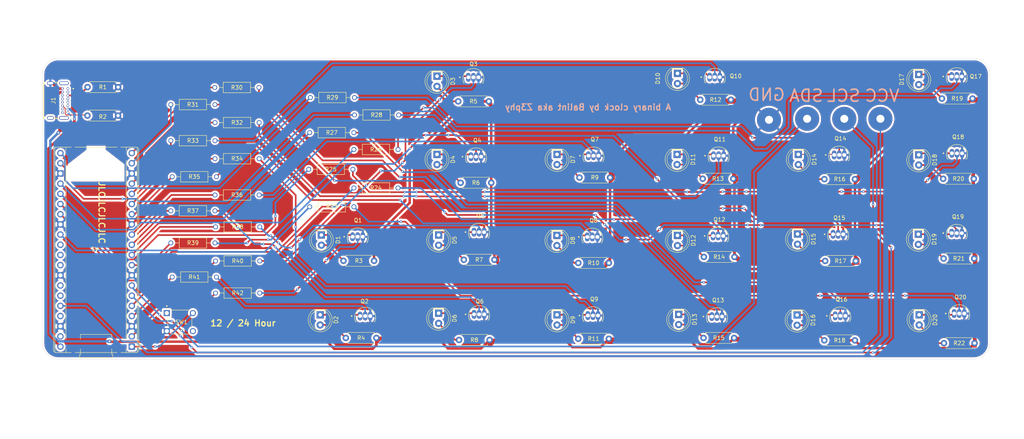
<source format=kicad_pcb>
(kicad_pcb (version 20241229) (generator "pcbnew") (generator_version "9.0")
  (layers (0 "F.Cu" signal "Front") (4 "In1.Cu" signal) (6 "In2.Cu" signal) (2 "B.Cu" signal "Back") (13 "F.Paste" user) (15 "B.Paste" user) (5 "F.SilkS" user "F.Silkscreen") (7 "B.SilkS" user "B.Silkscreen") (1 "F.Mask" user) (3 "B.Mask" user) (25 "Edge.Cuts" user))
  (net 0 "")
  (net 2 "GND")
  (net 3 "Net-(A1-GPIO1)")
  (net 4 "Net-(A1-GPIO14)")
  (net 5 "Net-(A1-GPIO7)")
  (net 6 "Net-(A1-GPIO16)")
  (net 7 "Net-(A1-VBUS)")
  (net 8 "Net-(A1-GPIO12)")
  (net 9 "Net-(A1-GPIO21)")
  (net 12 "Net-(A1-GPIO5)")
  (net 13 "Net-(A1-GPIO2)")
  (net 14 "Net-(A1-GPIO20)")
  (net 15 "Net-(A1-GPIO0)")
  (net 17 "Net-(A1-GPIO9)")
  (net 18 "Net-(A1-GPIO6)")
  (net 19 "Net-(A1-GPIO4)")
  (net 20 "Net-(A1-GPIO8)")
  (net 21 "Net-(A1-GPIO3)")
  (net 22 "Net-(A1-3V3)")
  (net 23 "Net-(A1-GPIO22)")
  (net 24 "Net-(A1-GPIO17)")
  (net 25 "Net-(A1-GPIO15)")
  (net 26 "Net-(A1-GPIO19)")
  (net 27 "Net-(A1-GPIO13)")
  (net 28 "Net-(A1-GPIO11)")
  (net 30 "Net-(A1-GPIO10)")
  (net 32 "Net-(A1-GPIO18)")
  (net 34 "Net-(D1-K)")
  (net 35 "Net-(D1-A)")
  (net 36 "Net-(D2-A)")
  (net 37 "Net-(D2-K)")
  (net 38 "Net-(D3-A)")
  (net 39 "Net-(D3-K)")
  (net 40 "Net-(D4-A)")
  (net 41 "Net-(D4-K)")
  (net 42 "Net-(D5-K)")
  (net 43 "Net-(D5-A)")
  (net 44 "Net-(D6-K)")
  (net 45 "Net-(D6-A)")
  (net 46 "Net-(D7-K)")
  (net 47 "Net-(D7-A)")
  (net 48 "Net-(D8-K)")
  (net 49 "Net-(D8-A)")
  (net 50 "Net-(D9-K)")
  (net 51 "Net-(D9-A)")
  (net 52 "Net-(D10-K)")
  (net 53 "Net-(D10-A)")
  (net 54 "Net-(D11-K)")
  (net 55 "Net-(D11-A)")
  (net 56 "Net-(D12-K)")
  (net 57 "Net-(D12-A)")
  (net 58 "Net-(D13-A)")
  (net 59 "Net-(D13-K)")
  (net 60 "Net-(D14-K)")
  (net 61 "Net-(D14-A)")
  (net 62 "Net-(D15-K)")
  (net 63 "Net-(D15-A)")
  (net 64 "Net-(D16-A)")
  (net 65 "Net-(D16-K)")
  (net 66 "Net-(D17-K)")
  (net 67 "Net-(D17-A)")
  (net 68 "Net-(D18-K)")
  (net 69 "Net-(D18-A)")
  (net 70 "Net-(D19-K)")
  (net 71 "Net-(D19-A)")
  (net 72 "Net-(D20-K)")
  (net 73 "Net-(D20-A)")
  (net 74 "Net-(J1-CC2)")
  (net 75 "Net-(J1-CC1)")
  (net 76 "Net-(Q1-B)")
  (net 77 "Net-(Q2-B)")
  (net 78 "Net-(Q3-B)")
  (net 79 "Net-(Q4-B)")
  (net 80 "Net-(Q5-B)")
  (net 81 "Net-(Q6-B)")
  (net 82 "Net-(Q7-B)")
  (net 83 "Net-(Q8-B)")
  (net 84 "Net-(Q9-B)")
  (net 85 "Net-(Q10-B)")
  (net 86 "Net-(Q11-B)")
  (net 87 "Net-(Q12-B)")
  (net 88 "Net-(Q13-B)")
  (net 89 "Net-(Q14-B)")
  (net 90 "Net-(Q15-B)")
  (net 91 "Net-(Q16-B)")
  (net 92 "Net-(Q17-B)")
  (net 93 "Net-(Q18-B)")
  (net 94 "Net-(Q19-B)")
  (net 95 "Net-(Q20-B)")
  (footprint "Addin:TO92127P476H533-3" (layer "F.Cu") (at -124.590387 -20.640678)
    (property "Reference" "Q2")
    (property "Value" "NPN" (hide yes))
  )
  (footprint "LED_THT:LED_D5.0mm" (layer "F.Cu") (at -16.7 -60.575 -90)
    (property "Reference" "D14")
    (property "Value" "LED" (hide yes))
  )
  (footprint "Resistor_THT:R_Axial_DIN0207_L6.3mm_D2.5mm_P7.62mm_Horizontal" (layer "F.Cu") (at -32.89 -54.5 180)
    (property "Reference" "R13")
    (property "Value" "154 Ω" (hide yes))
  )
  (footprint "LED_THT:LED_D5.0mm" (layer "F.Cu") (at -46.9 -60.575 -90)
    (property "Reference" "D11")
    (property "Value" "LED" (hide yes))
  )
  (footprint "Addin:SW_TS02-66-70-BK-260-LCR-D" (layer "F.Cu") (at -170.75 -18.75)
    (property "Reference" "SW1")
    (property "Value" "TS02-66-70-BK-260-LCR-D" (hide yes))
  )
  (footprint "Resistor_THT:R_Axial_DIN0207_L6.3mm_D2.5mm_P7.62mm_Horizontal" (layer "F.Cu") (at -121.79 -14.8 180)
    (property "Reference" "R4")
    (property "Value" "154 Ω" (hide yes))
  )
  (footprint "Addin:TO92127P476H533-3" (layer "F.Cu") (at -67.715387 -60.620678)
    (property "Reference" "Q7")
    (property "Value" "NPN" (hide yes))
  )
  (footprint "Addin:R1.18" (layer "F.Cu") (at -156.5 -68.5 180)
    (property "Reference" "R32")
    (property "Value" "R_Small" (hide yes))
  )
  (footprint "Addin:R1.18" (layer "F.Cu") (at -156.55 -77.25 180)
    (property "Reference" "R30")
    (property "Value" "R_Small" (hide yes))
  )
  (footprint "LED_THT:LED_D5.0mm" (layer "F.Cu") (at 13.3 -80.515678 -90)
    (property "Reference" "D17")
    (property "Value" "LED" (hide yes))
  )
  (footprint "Addin:GCT_USB4085-GF-A_REVA4" (layer "F.Cu") (at -203 -74 -90)
    (property "Reference" "J1")
    (property "Value" "USB_C_PowerOnly" (hide yes))
  )
  (footprint "Addin:R1.18" (layer "F.Cu") (at -167.5 -64 180)
    (property "Reference" "R33")
    (property "Value" "R_Small" (hide yes))
  )
  (footprint "Addin:R1.18" (layer "F.Cu") (at -156.5 -59.5 180)
    (property "Reference" "R34")
    (property "Value" "R_Small" (hide yes))
  )
  (footprint "Addin:R1.18" (layer "F.Cu") (at -156.5 -50.45 180)
    (property "Reference" "R36")
    (property "Value" "R_Small" (hide yes))
  )
  (footprint "Addin:TO92127P476H533-3" (layer "F.Cu") (at -36.665387 -40.620678)
    (property "Reference" "Q12")
    (property "Value" "NPN" (hide yes))
  )
  (footprint "Addin:R1.18" (layer "F.Cu") (at -132.9 -66)
    (property "Reference" "R27")
    (property "Value" "R_Small" (hide yes))
  )
  (footprint "Addin:R1.18" (layer "F.Cu") (at -167.15 -55 180)
    (property "Reference" "R35")
    (property "Value" "R_Small" (hide yes))
  )
  (footprint "Addin:TO92127P476H533-3" (layer "F.Cu") (at -67.855387 -20.770678)
    (property "Reference" "Q9")
    (property "Value" "NPN" (hide yes))
  )
  (footprint "LED_THT:LED_D5.0mm" (layer "F.Cu") (at -135.5 -40.475 -90)
    (property "Reference" "D1")
    (property "Value" "LED" (hide yes))
  )
  (footprint "LED_THT:LED_D5.0mm" (layer "F.Cu") (at -106.3 -40.465678 -90)
    (property "Reference" "D5")
    (property "Value" "LED" (hide yes))
  )
  (footprint "Resistor_THT:R_Axial_DIN0207_L6.3mm_D2.5mm_P7.62mm_Horizontal" (layer "F.Cu") (at -122.375387 -34.040678 180)
    (property "Reference" "R3")
    (property "Value" "154 Ω" (hide yes))
  )
  (footprint "Resistor_THT:R_Axial_DIN0207_L6.3mm_D2.5mm_P7.62mm_Horizontal" (layer "F.Cu") (at -92.39 -34.3 180)
    (property "Reference" "R7")
    (property "Value" "154 Ω" (hide yes))
  )
  (footprint "Addin:R1.18" (layer "F.Cu") (at -156.35 -26 180)
    (property "Reference" "R42")
    (property "Value" "R_Small" (hide yes))
  )
  (footprint "Resistor_THT:R_Axial_DIN0207_L6.3mm_D2.5mm_P7.62mm_Horizontal" (layer "F.Cu") (at -32.6 -35 180)
    (property "Reference" "R14")
    (property "Value" "154 Ω" (hide yes))
  )
  (footprint "Resistor_THT:R_Axial_DIN0207_L6.3mm_D2.5mm_P7.62mm_Horizontal" (layer "F.Cu") (at -193.75 -77.35)
    (property "Reference" "R1")
    (property "Value" "5.1 kΩ" (hide yes))
  )
  (footprint "Addin:R1.18" (layer "F.Cu") (at -132.9 -47.5)
    (property "Reference" "R23")
    (property "Value" "R_Small" (hide yes))
  )
  (footprint "Addin:R1.18" (layer "F.Cu") (at -167.5 -46.5 180)
    (property "Reference" "R37")
    (property "Value" "R_Small" (hide yes))
  )
  (footprint "Addin:TO92127P476H533-3" (layer "F.Cu") (at -6.78 -41.03)
    (property "Reference" "Q15")
    (property "Value" "NPN" (hide yes))
  )
  (footprint "LED_THT:LED_D5.0mm" (layer "F.Cu") (at 13.299613 -60.465678 -90)
    (property "Reference" "D18")
    (property "Value" "LED" (hide yes))
  )
  (footprint "Resistor_THT:R_Axial_DIN0207_L6.3mm_D2.5mm_P7.62mm_Horizontal" (layer "F.Cu") (at -2.59 -54.4 180)
    (property "Reference" "R16")
    (property "Value" "154 Ω" (hide yes))
  )
  (footprint "LED_THT:LED_D5.0mm" (layer "F.Cu") (at -46.8 -80.775 -90)
    (property "Reference" "D10")
    (property "Value" "LED" (hide yes))
  )
  (footprint "Resistor_THT:R_Axial_DIN0207_L6.3mm_D2.5mm_P7.62mm_Horizontal" (layer "F.Cu") (at -32.69 -14.8 180)
    (property "Reference" "R15")
    (property "Value" "154 Ω" (hide yes))
  )
  (footprint "LED_THT:LED_D5.0mm" (layer "F.Cu") (at -76.8 -20.575 -90)
    (property "Reference" "D9")
    (property "Value" "LED" (hide yes))
  )
  (footprint "Addin:TO92127P476H533-3" (layer "F.Cu") (at -126.455387 -40.420678)
    (property "Reference" "Q1")
    (property "Value" "NPN" (hide yes))
  )
  (footprint "Resistor_THT:R_Axial_DIN0207_L6.3mm_D2.5mm_P7.62mm_Horizontal" (layer "F.Cu") (at -63.59 -54.8 180)
    (property "Reference" "R9")
    (property "Value" "154 Ω" (hide yes))
  )
  (footprint "LED_THT:LED_D5.0mm" (layer "F.Cu") (at -16.900387 -40.715678 -90)
    (property "Reference" "D15")
    (property "Value" "LED" (hide yes))
  )
  (footprint "Addin:R1.18" (layer "F.Cu") (at -167.15 -30 180)
    (property "Reference" "R41")
    (property "Value" "R_Small" (hide yes))
  )
  (footprint "Resistor_THT:R_Axial_DIN0207_L6.3mm_D2.5mm_P7.62mm_Horizontal" (layer "F.Cu") (at -63.89 -33.5 180)
    (property "Reference" "R10")
    (property "Value" "154 Ω" (hide yes))
  )
  (footprint "LED_THT:LED_D5.0mm" (layer "F.Cu") (at -76.825 -40.375 -90)
    (property "Reference" "D8")
    (property "Value" "LED" (hide yes))
  )
  (footprint "LED_THT:LED_D5.0mm" (layer "F.Cu") (at -76.8 -60.575 -90)
    (property "Reference" "D7")
    (property "Value" "LED" (hide yes))
  )
  (footprint "Resistor_THT:R_Axial_DIN0207_L6.3mm_D2.5mm_P7.62mm_Horizontal" (layer "F.Cu") (at -63.89 -14.6 180)
    (property "Reference" "R11")
    (property "Value" "154 Ω" (hide yes))
  )
  (footprint "Addin:TO92127P476H533-3" (layer "F.Cu") (at -96.225387 -41.570678)
    (property "Reference" "Q5")
    (property "Value" "NPN" (hide yes))
  )
  (footprint "LED_THT:LED_D5.0mm" (layer "F.Cu") (at -17 -20.515678 -90)
    (property "Reference" "D16")
    (property "Value" "LED" (hide yes))
  )
  (footprint "Addin:TO92127P476H533-3" (layer "F.Cu") (at -36.555387 -60.620678)
    (property "Reference" "Q11")
    (property "Value" "NPN" (hide yes))
  )
  (footprint "LED_THT:LED_D5.0mm" (layer "F.Cu") (at 13.4 -20.575 -90)
    (property "Reference" "D20")
    (property "Value" "LED" (hide yes))
  )
  (footprint "Resistor_THT:R_Axial_DIN0207_L6.3mm_D2.5mm_P7.62mm_Horizontal" (layer "F.Cu") (at 26.7 -74.5 180)
    (property "Reference" "R19")
    (property "Value" "154 Ω" (hide yes))
  )
  (footprint "Addin:TO92127P476H533-3" (layer "F.Cu") (at 22.82 -61.23)
    (property "Reference" "Q18")
    (property "Value" "NPN" (hide yes))
  )
  (footprint "Resistor_THT:R_Axial_DIN0207_L6.3mm_D2.5mm_P7.62mm_Horizontal" (layer "F.Cu") (at -93.59 -14.3 180)
    (property "Reference" "R8")
    (property "Value" "154 Ω" (hide yes))
  )
  (footprint "Addin:TO92127P476H533-3" (layer "F.Cu") (at -96.98 -60.38)
    (property "Reference" "Q4")
    (property "Value" "NPN" (hide yes))
  )
  (footprint "Resistor_THT:R_Axial_DIN0207_L6.3mm_D2.5mm_P7.62mm_Horizontal" (layer "F.Cu") (at -2.39 -34 180)
    (property "Reference" "R17")
    (property "Value" "154 Ω" (hide yes))
  )
  (footprint "Addin:R1.18" (layer "F.Cu") (at -156.35 -42.5 180)
    (property "Reference" "R38")
    (property "Value" "R_Small" (hide yes))
  )
  (footprint "Addin:R1.18" (layer "F.Cu") (at -121.9 -52.2)
    (property "Reference" "R24")
    (property "Value" "R_Small" (hide yes))
  )
  (footprint "LED_THT:LED_D5.0mm" (layer "F.Cu") (at -135.8 -20.575 -90)
    (property "Reference" "D2")
    (property "Value" "LED" (hide yes))
  )
  (footprint "Resistor_THT:R_Axial_DIN0207_L6.3mm_D2.5mm_P7.62mm_Horizontal" (layer "F.Cu") (at 27.2 -13.5 180)
    (property "Reference" "R22")
    (property "Value" "154 Ω" (hide yes))
  )
  (footprint "Addin:TO92127P476H533-3" (layer "F.Cu") (at -36.965387 -20.520678)
    (property "Reference" "Q13")
    (property "Value" "NPN" (hide yes))
  )
  (footprint "Addin:TO92127P476H533-3" (layer "F.Cu") (at -6.235387 -20.690678)
    (property "Reference" "Q16")
    (property "Value" "NPN" (hide yes))
  )
  (footprint "LED_THT:LED_D5.0mm" (layer "F.Cu") (at -46.8 -40.375 -90)
    (property "Reference" "D12")
    (property "Value" "LED" (hide yes))
  )
  (footprint "Addin:R1.18" (layer "F.Cu") (at -121.9 -61.8)
    (property "Reference" "R26")
    (property "Value" "R_Small" (hide yes))
  )
  (footprint "Addin:TO92127P476H533-3" (layer "F.Cu") (at -96.205387 -21.070678)
    (property "Reference" "Q6")
    (property "Value" "NPN" (hide yes))
  )
  (footprint "Addin:R1.18" (layer "F.Cu") (at -167.5 -38.5 180)
    (property "Reference" "R39")
    (property "Value" "R_Small" (hide yes))
  )
  (footprint "Resistor_THT:R_Axial_DIN0207_L6.3mm_D2.5mm_P7.62mm_Horizontal" (layer "F.Cu") (at -33.5 -74.2 180)
    (property "Reference" "R12")
    (property "Value" "154 Ω" (hide yes))
  )
  (footprint "Resistor_THT:R_Axial_DIN0207_L6.3mm_D2.5mm_P7.62mm_Horizontal" (layer "F.Cu") (at -93.19 -53.5 180)
    (property "Reference" "R6")
    (property "Value" "154 Ω" (hide yes))
  )
  (footprint "Addin:TO92127P476H533-3" (layer "F.Cu") (at -68.005387 -40.370678)
    (property "Reference" "Q8")
    (property "Value" "NPN" (hide yes))
  )
  (footprint "LED_THT:LED_D5.0mm" (layer "F.Cu") (at -106.7 -60.575 -90)
    (property "Reference" "D4")
    (property "Value" "LED" (hide yes))
  )
  (footprint "Addin:R1.18" (layer "F.Cu") (at -132.75 -74.75)
    (property "Reference" "R29")
    (property "Value" "R_Small" (hide yes))
  )
  (footprint "Addin:TO92127P476H533-3" (layer "F.Cu") (at -6.515387 -60.820678)
    (property "Reference" "Q14")
    (property "Value" "NPN" (hide yes))
  )
  (footprint "Addin:R1.18" (layer "F.Cu") (at -156.35 -34 180)
    (property "Reference" "R40")
    (property "Value" "R_Small" (hide yes))
  )
  (footprint "Addin:R1.18" (layer "F.Cu") (at -133.15 -56.85)
    (property "Reference" "R25")
    (property "Value" "R_Small" (hide yes))
  )
  (footprint "LED_THT:LED_D5.0mm" (layer "F.Cu") (at -46.5 -20.675 -90)
    (property "Reference" "D13")
    (property "Value" "LED" (hide yes))
  )
  (footprint "LED_THT:LED_D5.0mm" (layer "F.Cu") (at 13.2 -40.665678 -90)
    (property "Reference" "D19")
    (property "Value" "LED" (hide yes))
  )
  (footprint "Addin:TO92127P476H533-3" (layer "F.Cu") (at 22.77 -41.320678)
    (property "Reference" "Q19")
    (property "Value" "NPN" (hide yes))
  )
  (footprint "Addin:R1.18" (layer "F.Cu") (at -121.75 -70.4)
    (property "Reference" "R28")
    (property "Value" "R_Small" (hide yes))
  )
  (footprint "Addin:TO92127P476H533-3" (layer "F.Cu") (at -37.515387 -80.220678)
    (property "Reference" "Q10")
    (property "Value" "NPN" (hide yes))
  )
  (footprint "LED_THT:LED_D5.0mm" (layer "F.Cu") (at -106.7 -80.075 -90)
    (property "Reference" "D3")
    (property "Value" "LED" (hide yes))
  )
  (footprint "Module:RaspberryPi_Pico_Common_THT" (layer "F.Cu") (at -182.72 -12.64 180)
    (property "Reference" "A1")
    (property "Value" "RaspberryPi_Pico")
  )
  (footprint "Resistor_THT:R_Axial_DIN0207_L6.3mm_D2.5mm_P7.62mm_Horizontal" (layer "F.Cu") (at -193.77 -70.25)
    (property "Reference" "R2")
    (property "Value" "5.1 kΩ" (hide yes))
  )
  (footprint "Resistor_THT:R_Axial_DIN0207_L6.3mm_D2.5mm_P7.62mm_Horizontal" (layer "F.Cu") (at 27.11 -34.6 180)
    (property "Reference" "R21")
    (property "Value" "154 Ω" (hide yes))
  )
  (footprint "Resistor_THT:R_Axial_DIN0207_L6.3mm_D2.5mm_P7.62mm_Horizontal" (layer "F.Cu") (at -2.6 -14.2 180)
    (property "Reference" "R18")
    (property "Value" "154 Ω" (hide yes))
  )
  (footprint "Resistor_THT:R_Axial_DIN0207_L6.3mm_D2.5mm_P7.62mm_Horizontal" (layer "F.Cu") (at 27.01 -54.490678 180)
    (property "Reference" "R20")
    (property "Value" "154 Ω" (hide yes))
  )
  (footprint "Addin:TO92127P476H533-3" (layer "F.Cu") (at 23.38 -21.270678)
    (property "Reference" "Q20")
    (property "Value" "NPN" (hide yes))
  )
  (footprint "LED_THT:LED_D5.0mm" (layer "F.Cu") (at -106.3 -20.975 -90)
    (property "Reference" "D6")
    (property "Value" "LED" (hide yes))
  )
  (footprint "Addin:TO92127P476H533-3" (layer "F.Cu") (at 22.77 -80.38)
    (property "Reference" "Q17")
    (property "Value" "NPN" (hide yes))
  )
  (footprint "Resistor_THT:R_Axial_DIN0207_L6.3mm_D2.5mm_P7.62mm_Horizontal" (layer "F.Cu") (at -93.79 -73.8 180)
    (property "Reference" "R5")
    (property "Value" "154 Ω" (hide yes))
  )
  (footprint "Addin:TO92127P476H533-3" (layer "F.Cu") (at -97.63 -80.18)
    (property "Reference" "Q3")
    (property "Value" "NPN" (hide yes))
  )
  (footprint "Addin:R1.18" (layer "F.Cu") (at -167.5 -73 180)
    (property "Reference" "R31")
    (property "Value" "R_Small" (hide yes))
  )
  (footprint "Addin:Untitled" (layer "B.Cu") (at -6.5 -69.7 180)
    (property "Reference" "U1" (hide yes))
    (property "Value" "DS3231M" (hide yes))
  )
  (gr_arc (start -205 -80.5) (mid -203.828427 -83.328427) (end -201 -84.5) (stroke (width 0.05)) (layer "Edge.Cuts"))
  (gr_line (start 27 -9.5) (end -201 -9.5) (stroke (width 0.05)) (layer "Edge.Cuts"))
  (gr_arc (start 31 -13.5) (mid 29.828427 -10.671573) (end 27 -9.5) (stroke (width 0.05)) (layer "Edge.Cuts"))
  (gr_arc (start -201 -9.5) (mid -203.828427 -10.671573) (end -205 -13.5) (stroke (width 0.05)) (layer "Edge.Cuts"))
  (gr_line (start 31 -80.5) (end 31 -13.5) (stroke (width 0.05)) (layer "Edge.Cuts"))
  (gr_line (start -205 -13.5) (end -205 -80.5) (stroke (width 0.05)) (layer "Edge.Cuts"))
  (gr_line (start -201 -84.5) (end 27 -84.5) (stroke (width 0.05)) (layer "Edge.Cuts"))
  (gr_arc (start 27 -84.5) (mid 29.828427 -83.328427) (end 31 -80.5) (stroke (width 0.05)) (layer "Edge.Cuts"))
  (gr_text "JLCJLCJLCJLC" (at -191.1 -53.95 270) (layer "F.SilkS") (effects (font (size 1.5 1.5) (thickness 0.3) (bold yes)) (justify left bottom)))
  (gr_text "12 / 24 Hour" (at -163.3 -17.6 0) (layer "F.SilkS") (effects (font (size 1.524 1.524) (thickness 0.3048) (bold yes)) (justify left bottom)))
  (gr_text "A binary clock by Balint aka Z3phy" (at -48.225 -71.45 0) (layer "B.SilkS") (effects (font (size 1.524 1.524) (thickness 0.3048) (bold yes)) (justify left bottom mirror)))
  (segment (start -203 -78.325) (end -202.525 -78.325) (width 0.6) (layer "F.Cu") (net 2))
  (segment (start -202.525 -78.325) (end -201.175 -76.975) (width 0.6) (layer "F.Cu") (net 2))
  (segment (start -201.175 -76.975) (end -199.99 -76.975) (width 0.6) (layer "F.Cu") (net 2))
  (segment (start -182.72 -15.18) (end -173.85 -24.05) (width 0.4) (layer "F.Cu") (net 3))
  (segment (start -163.75 -24.1) (end -161.85 -26) (width 0.4) (layer "F.Cu") (net 3))
  (segment (start -173.85 -24.1) (end -163.75 -24.1) (width 0.4) (layer "F.Cu") (net 3))
  (segment (start -173.85 -24.05) (end -173.85 -24.1) (width 0.4) (layer "F.Cu") (net 3))
  (segment (start -173 -73) (end -173 -68.08) (width 0.4) (layer "B.Cu") (net 4))
  (segment (start -173 -68.08) (end -182.72 -58.36) (width 0.4) (layer "B.Cu") (net 4))
  (segment (start -161.85 -42.5) (end -175.72 -42.5) (width 0.4) (layer "F.Cu") (net 5))
  (segment (start -175.72 -42.5) (end -182.72 -35.5) (width 0.4) (layer "F.Cu") (net 5))
  (segment (start -160.848 -52.152) (end -197.376258 -52.152) (width 0.4) (layer "B.Cu") (net 6))
  (segment (start -138.25 -74.75) (end -160.848 -52.152) (width 0.4) (layer "B.Cu") (net 6))
  (segment (start -197.376258 -52.152) (end -199.367 -54.142742) (width 0.4) (layer "B.Cu") (net 6))
  (segment (start -199.367 -59.767) (end -200.5 -60.9) (width 0.4) (layer "B.Cu") (net 6))
  (segment (start -199.367 -54.142742) (end -199.367 -59.767) (width 0.4) (layer "B.Cu") (net 6))
  (segment (start -0.672 -12.272) (end 25.972 -12.272) (width 0.6) (layer "F.Cu") (net 7))
  (segment (start -93.105 -13.195) (end -93.025 -13.275) (width 0.6) (layer "F.Cu") (net 7))
  (segment (start -200.425 -66.575) (end -201 -66) (width 0.6) (layer "F.Cu") (net 7))
  (segment (start 26.4 -12.7) (end 27.45 -12.7) (width 0.6) (layer "F.Cu") (net 7))
  (segment (start -198.75 -66.75) (end -198.975 -66.525) (width 0.6) (layer "F.Cu") (net 7))
  (segment (start -33.5 -74.2) (end -35.3 -74.2) (width 0.6) (layer "F.Cu") (net 7))
  (segment (start -31.5 -33.9) (end -31.125 -33.525) (width 0.6) (layer "F.Cu") (net 7))
  (segment (start -63.59 -58.91) (end -63.59 -56.7) (width 0.6) (layer "F.Cu") (net 7))
  (segment (start -2.7 -33.35) (end -1.75 -33.35) (width 0.6) (layer "F.Cu") (net 7))
  (segment (start -63.59 -56.7) (end -63.59 -56.44) (width 0.6) (layer "F.Cu") (net 7))
  (segment (start -62.7 -54.5) (end -62.7 -55.55) (width 0.6) (layer "F.Cu") (net 7))
  (segment (start -63.055 -13.595) (end -62.05 -14.6) (width 0.6) (layer "F.Cu") (net 7))
  (segment (start -31.5 -33.9) (end -32.6 -35) (width 0.6) (layer "F.Cu") (net 7))
  (segment (start -2.59 -35.25) (end -2.59 -34.2) (width 0.6) (layer "F.Cu") (net 7))
  (segment (start 27.01 -36.05) (end 27.01 -35.89) (width 0.6) (layer "F.Cu") (net 7))
  (segment (start -121.79 -14.8) (end -120.95 -14.8) (width 0.6) (layer "F.Cu") (net 7))
  (segment (start 26.7 -56.4) (end 26.7 -56.35) (width 0.6) (layer "F.Cu") (net 7))
  (segment (start -41.675 -12.175) (end -35.315 -12.175) (width 0.6) (layer "F.Cu") (net 7))
  (segment (start -33.545 -13.945) (end -32.69 -14.8) (width 0.6) (layer "F.Cu") (net 7))
  (segment (start -32.6 -35) (end -32.6 -36.1) (width 0.6) (layer "F.Cu") (net 7))
  (segment (start -33.29 -14.2) (end -31.6 -14.2) (width 0.6) (layer "F.Cu") (net 7))
  (segment (start -89.59 -31.5) (end -65.89 -31.5) (width 0.6) (layer "F.Cu") (net 7))
  (segment (start -33.545 -13.945) (end -33.29 -14.2) (width 0.6) (layer "F.Cu") (net 7))
  (segment (start -35.315 -12.175) (end -33.545 -13.945) (width 0.6) (layer "F.Cu") (net 7))
  (segment (start -121.79 -13.01) (end -121.79 -13.5) (width 0.6) (layer "F.Cu") (net 7))
  (segment (start -2.6 -14.2) (end -0.672 -12.272) (width 0.6) (layer "F.Cu") (net 7))
  (segment (start -3.23 -32.82) (end -2.7 -33.35) (width 0.6) (layer "F.Cu") (net 7))
  (segment (start -185.018 -13.85) (end -185 -13.868) (width 0.6) (layer "F.Cu") (net 7))
  (segment (start -3.57 -32.82) (end -3.23 -32.82) (width 0.6) (layer "F.Cu") (net 7))
  (segment (start -31.45 -73.45) (end -32.2 -74.2) (width 0.6) (layer "F.Cu") (net 7))
  (segment (start 27.01 -52.75) (end 27.01 -54.490678) (width 0.6) (layer "F.Cu") (net 7))
  (segment (start -197.7 -68.1) (end -197 -68.8) (width 0.6) (layer "F.Cu") (net 7))
  (segment (start 26.7 -74.5) (end 28 -74.5) (width 0.6) (layer "F.Cu") (net 7))
  (segment (start -200.15 -66.85) (end -200.425 -66.575) (width 0.6) (layer "F.Cu") (net 7))
  (segment (start -95 -73.8) (end -99.2 -73.8) (width 0.6) (layer "F.Cu") (net 7))
  (segment (start -32.6 -54.21) (end -32.89 -54.5) (width 0.6) (layer "F.Cu") (net 7))
  (segment (start -198.975 -66.525) (end -203.5 -62) (width 0.6) (layer "F.Cu") (net 7))
  (segment (start -31.6 -34.75) (end -31.6 -34) (width 0.6) (layer "F.Cu") (net 7))
  (segment (start -62.7 -55.55) (end -63.1 -55.95) (width 0.6) (layer "F.Cu") (net 7))
  (segment (start -200.75 -68.05) (end -200.75 -66.25) (width 0.6) (layer "F.Cu") (net 7))
  (segment (start 26 -73.8) (end 27.7 -73.8) (width 0.6) (layer "F.Cu") (net 7))
  (segment (start 27.6 -33.29) (end 27.11 -32.8) (width 0.6) (layer "F.Cu") (net 7))
  (segment (start -197.9 -68.1) (end -199 -67) (width 0.6) (layer "F.Cu") (net 7))
  (segment (start -2.59 -53.05) (end -2.59 -35.25) (width 0.6) (layer "F.Cu") (net 7))
  (segment (start 27.11 -34.89) (end 27.01 -34.99) (width 0.6) (layer "F.Cu") (net 7))
  (segment (start -200.1 -68.1) (end -199 -67) (width 0.6) (layer "F.Cu") (net 7))
  (segment (start -66 -12.5) (end -65.99 -12.5) (width 0.6) (layer "F.Cu") (net 7))
  (segment (start -200.449619 -76.125) (end -201.5 -75.074619) (width 0.6) (layer "F.Cu") (net 7))
  (segment (start -2.59 -54.4) (end -2.59 -53.05) (width 0.6) (layer "F.Cu") (net 7))
  (segment (start -32.69 -14.8) (end -31.2 -14.8) (width 0.6) (layer "F.Cu") (net 7))
  (segment (start -2.59 -53.05) (end -2.59 -53.31) (width 0.6) (layer "F.Cu") (net 7))
  (segment (start -200.375 -66.525) (end -200.425 -66.575) (width 0.6) (layer "F.Cu") (net 7))
  (segment (start -203.5 -15.64) (end -200.5 -12.64) (width 0.6) (layer "F.Cu") (net 7))
  (segment (start -31.125 -33.525) (end -31.025 -33.525) (width 0.6) (layer "F.Cu") (net 7))
  (segment (start -121.79 -13.96) (end -120.95 -14.8) (width 0.6) (layer "F.Cu") (net 7))
  (segment (start -93.19 -73.2) (end -93.79 -73.8) (width 0.6) (layer "F.Cu") (net 7))
  (segment (start -200.15 -67.45) (end -200.15 -66.85) (width 0.6) (layer "F.Cu") (net 7))
  (segment (start -187.946 -13.85) (end -185.018 -13.85) (width 0.6) (layer "F.Cu") (net 7))
  (segment (start -14.3 -14.8) (end -12 -12.5) (width 0.6) (layer "F.Cu") (net 7))
  (segment (start -32.6 -74.2) (end -32.6 -73.8) (width 0.6) (layer "F.Cu") (net 7))
  (segment (start -134.068 -13.868) (end -132.275 -12.075) (width 0.6) (layer "F.Cu") (net 7))
  (segment (start 28.6 -73.8) (end 29.25 -73.15) (width 0.6) (layer "F.Cu") (net 7))
  (segment (start -200.75 -68.05) (end -200.15 -67.45) (width 0.6) (layer "F.Cu") (net 7))
  (segment (start -122.375387 -39.624613) (end -122.375387 -34.040678) (width 0.6) (layer "F.Cu") (net 7))
  (segment (start -122.725 -12.075) (end -121.79 -13.01) (width 0.6) (layer "F.Cu") (net 7))
  (segment (start 26.7 -56.4) (end 26.7 -55.75) (width 0.6) (layer "F.Cu") (net 7))
  (segment (start -3.27 -33.12) (end -2.39 -34) (width 0.6) (layer "F.Cu") (net 7))
  (segment (start -200.75 -68.05) (end -199.85 -67.15) (width 0.6) (layer "F.Cu") (net 7))
  (segment (start -63.25 -13.595) (end -63.055 -13.595) (width 0.6) (layer "F.Cu") (net 7))
  (segment (start -199.7 -67.05) (end -198.65 -68.1) (width 0.6) (layer "F.Cu") (net 7))
  (segment (start -62.05 -14.6) (end -44.1 -14.6) (width 0.6) (layer "F.Cu") (net 7))
  (segment (start -73 -12.5) (end -66 -12.5) (width 0.6) (layer "F.Cu") (net 7))
  (segment (start -64.895 -13.595) (end -63.25 -13.595) (width 0.6) (layer "F.Cu") (net 7))
  (segment (start -31.95 -54.85) (end -31.95 -54.15) (width 0.6) (layer "F.Cu") (net 7))
  (segment (start -32.6 -74.2) (end -33.5 -74.2) (width 0.6) (layer "F.Cu") (net 7))
  (segment (start -199.85 -67.15) (end -200.15 -66.85) (width 0.6) (layer "F.Cu") (net 7))
  (segment (start -92.6 -13.975) (end -93.3 -13.275) (width 0.6) (layer "F.Cu") (net 7))
  (segment (start -32.6 -36.1) (end -32.6 -35.75) (width 0.6) (layer "F.Cu") (net 7))
  (segment (start -92.39 -35.5) (end -92.39 -36.5) (width 0.6) (layer "F.Cu") (net 7))
  (segment (start -94.295 -13.595) (end -93.975 -13.275) (width 0.6) (layer "F.Cu") (net 7))
  (segment (start -30.5 -70) (end -30.5 -72.5) (width 0.6) (layer "F.Cu") (net 7))
  (segment (start 27.11 -32.8) (end 27.11 -34.6) (width 0.6) (layer "F.Cu") (net 7))
  (segment (start -92.39 -36.5) (end -92.39 -41.89) (width 0.6) (layer "F.Cu") (net 7))
  (segment (start 27.01 -35.89) (end 27.6 -35.3) (width 0.6) (layer "F.Cu") (net 7))
  (segment (start 18.222 -66.022) (end 9.032 -66.022) (width 0.6) (layer "F.Cu") (net 7))
  (segment (start -197.9 -68.1) (end -199.25 -66.75) (width 0.6) (layer "F.Cu") (net 7))
  (segment (start -35.3 -74.2) (end -34.85 -74.2) (width 0.6) (layer "F.Cu") (net 7))
  (segment (start -121.79 -13.5) (end -121.79 -13.96) (width 0.6) (layer "F.Cu") (net 7))
  (segment (start -200.8 -68.1) (end -200.75 -68.05) (width 0.6) (layer "F.Cu") (net 7))
  (segment (start 29.25 -73.15) (end 29.25 -70.25) (width 0.6) (layer "F.Cu") (net 7))
  (segment (start -91.545 -33.455) (end -89.59 -31.5) (width 0.6) (layer "F.Cu") (net 7))
  (segment (start -62.05 -14.6) (end -62.65 -14.6) (width 0.6) (layer "F.Cu") (net 7))
  (segment (start -31.95 -54.15) (end -32.6 -53.5) (width 0.6) (layer "F.Cu") (net 7))
  (segment (start -201.5 -75.074619) (end -201.5 -68.8) (width 0.6) (layer "F.Cu") (net 7))
  (segment (start -200.8 -68.1) (end -200.5 -68.1) (width 0.6) (layer "F.Cu") (net 7))
  (segment (start -62.65 -14.6) (end -63.15 -14.6) (width 0.6) (layer "F.Cu") (net 7))
  (segment (start 27.01 -55.01) (end 26.7 -55.32) (width 0.6) (layer "F.Cu") (net 7))
  (segment (start -2.59 -34.2) (end -2.39 -34) (width 0.6) (layer "F.Cu") (net 7))
  (segment (start -4.3 -14.2) (end -2.6 -14.2) (width 0.6) (layer "F.Cu") (net 7))
  (segment (start -203.5 -62) (end -203.5 -15.64) (width 0.6) (layer "F.Cu") (net 7))
  (segment (start -2.59 -53.31) (end -1.62 -54.28) (width 0.6) (layer "F.Cu") (net 7))
  (segment (start -34.15 -73.5) (end -32.3 -73.5) (width 0.6) (layer "F.Cu") (net 7))
  (segment (start -188.048 -13.952) (end -187.946 -13.85) (width 0.6) (layer "F.Cu") (net 7))
  (segment (start -92 -14.3) (end -74.8 -14.3) (width 0.6) (layer "F.Cu") (net 7))
  (segment (start -93.59 -14.3) (end -92.6 -14.3) (width 0.6) (layer "F.Cu") (net 7))
  (segment (start -199.7 -66.75) (end -199.7 -67.05) (width 0.6) (layer "F.Cu") (net 7))
  (segment (start 29.25 -73.25) (end 29.25 -73.15) (width 0.6) (layer "F.Cu") (net 7))
  (segment (start -32.89 -55.85) (end -32.89 -67.61) (width 0.6) (layer "F.Cu") (net 7))
  (segment (start -94.695 -13.195) (end -94.295 -13.595) (width 0.6) (layer "F.Cu") (net 7))
  (segment (start -30.5 -72.5) (end -31.45 -73.45) (width 0.6) (layer "F.Cu") (net 7))
  (segment (start 26.1 -12.4) (end 26.4 -12.7) (width 0.6) (layer "F.Cu") (net 7))
  (segment (start -188.25 -13.952) (end -188.048 -13.952) (width 0.6) (layer "F.Cu") (net 7))
  (segment (start 27.45 -12.7) (end 27.45 -14.36) (width 0.6) (layer "F.Cu") (net 7))
  (segment (start -201.5 -68.8) (end -200.8 -68.1) (width 0.6) (layer "F.Cu") (net 7))
  (segment (start 27.01 -36.05) (end 27.01 -52.75) (width 0.6) (layer "F.Cu") (net 7))
  (segment (start -106.6 -14.8) (end -103.975 -12.175) (width 0.6) (layer "F.Cu") (net 7))
  (segment (start 26.7 -55.75) (end 26.7 -55.32) (width 0.6) (layer "F.Cu") (net 7))
  (segment (start 27.11 -34.6) (end 27.11 -34.89) (width 0.6) (layer "F.Cu") (net 7))
  (segment (start -64.695 -33.495) (end -63.59 -34.6) (width 0.6) (layer "F.Cu") (net 7))
  (segment (start -93.19 -72.5) (end -93.19 -73.2) (width 0.6) (layer "F.Cu") (net 7))
  (segment (start 27.2 -14.2) (end 27.11 -14.29) (width 0.6) (layer "F.Cu") (net 7))
  (segment (start 26.7 -67.7) (end 26.7 -56.4) (width 0.6) (layer "F.Cu") (net 7))
  (segment (start -198.65 -68.1) (end -198.9 -68.1) (width 0.6) (layer "F.Cu") (net 7))
  (segment (start 27.7 -73.8) (end 28.6 -73.8) (width 0.6) (layer "F.Cu") (net 7))
  (segment (start -113.5 -48.5) (end -122.375387 -39.624613) (width 0.6) (layer "F.Cu") (net 7))
  (segment (start -32.6 -53.5) (end -32.6 -54.21) (width 0.6) (layer "F.Cu") (net 7))
  (segment (start -63.1 -55.95) (end -63.59 -55.95) (width 0.6) (layer "F.Cu") (net 7))
  (segment (start 26.7 -53.06) (end 27.01 -52.75) (width 0.6) (layer "F.Cu") (net 7))
  (segment (start -132.275 -12.075) (end -122.725 -12.075) (width 0.6) (layer "F.Cu") (net 7))
  (segment (start -1.75 -33.35) (end -1.75 -34.41) (width 0.6) (layer "F.Cu") (net 7))
  (segment (start 27.6 -35.3) (end 27.6 -33.29) (width 0.6) (layer "F.Cu") (net 7))
  (segment (start -113.5 -59.5) (end -113.5 -48.5) (width 0.6) (layer "F.Cu") (net 7))
  (segment (start -31.2 -14.8) (end -14.3 -14.8) (width 0.6) (layer "F.Cu") (net 7))
  (segment (start -31.025 -33.525) (end -29.5 -32) (width 0.6) (layer "F.Cu") (net 7))
  (segment (start -63.59 -34.6) (end -63.59 -33.8) (width 0.6) (layer "F.Cu") (net 7))
  (segment (start -63.59 -53.75) (end -63.45 -53.75) (width 0.6) (layer "F.Cu") (net 7))
  (segment (start -93.19 -42.69) (end -93.19 -53.5) (width 0.6) (layer "F.Cu") (net 7))
  (segment (start -93.19 -53.5) (end -93.19 -72.5) (width 0.6) (layer "F.Cu") (net 7))
  (segment (start 26.1 -12.4) (end 27.2 -13.5) (width 0.6) (layer "F.Cu") (net 7))
  (segment (start -93.3 -13.275) (end -93.025 -13.275) (width 0.6) (layer "F.Cu") (net 7))
  (segment (start -200.8 -68.1) (end -200.1 -68.1) (width 0.6) (layer "F.Cu") (net 7))
  (segment (start -63.59 -33.8) (end -63.89 -33.5) (width 0.6) (layer "F.Cu") (net 7))
  (segment (start -63.25 -14) (end -63.25 -13.595) (width 0.6) (layer "F.Cu") (net 7))
  (segment (start -197.7 -68.1) (end -198.65 -68.1) (width 0.6) (layer "F.Cu") (net 7))
  (segment (start -64.895 -13.595) (end -63.89 -14.6) (width 0.6) (layer "F.Cu") (net 7))
  (segment (start -200.5 -68.1) (end -200.3 -68.1) (width 0.6) (layer "F.Cu") (net 7))
  (segment (start -45 -65) (end -57.5 -65) (width 0.6) (layer "F.Cu") (net 7))
  (segment (start -12 -12.5) (end -6 -12.5) (width 0.6) (layer "F.Cu") (net 7))
  (segment (start 25.975 -73.775) (end 18.222 -66.022) (width 0.6) (layer "F.Cu") (net 7))
  (segment (start -93.975 -13.275) (end -93.3 -13.275) (width 0.6) (layer "F.Cu") (net 7))
  (segment (start -35.8 -74.2) (end -45 -65) (width 0.6) (layer "F.Cu") (net 7))
  (segment (start -1.62 -54.28) (end -1.62 -55.37) (width 0.6) (layer "F.Cu") (net 7))
  (segment (start -3.57 -32.82) (end -3.27 -33.12) (width 0.6) (layer "F.Cu") (net 7))
  (segment (start 28 -74.5) (end 29.25 -73.25) (width 0.6) (layer "F.Cu") (net 7))
  (segment (start -63.59 -55.95) (end -63.59 -54.8) (width 0.6) (layer "F.Cu") (net 7))
  (segment (start -185 -13.868) (end -134.068 -13.868) (width 0.6) (layer "F.Cu") (net 7))
  (segment (start -74.8 -14.3) (end -73 -12.5) (width 0.6) (layer "F.Cu") (net 7))
  (segment (start -199 -67) (end -198.75 -66.75) (width 0.6) (layer "F.Cu") (net 7))
  (segment (start -197 -68.8) (end -197 -69.4) (width 0.6) (layer "F.Cu") (net 7))
  (segment (start -63.59 -55.95) (end -63.1 -55.46) (width 0.6) (layer "F.Cu") (net 7))
  (segment (start -63.59 -53.75) (end -63.59 -34.6) (width 0.6) (layer "F.Cu") (net 7))
  (segment (start -44.1 -14.6) (end -41.675 -12.175) (width 0.6) (layer "F.Cu") (net 7))
  (segment (start 25.975 -73.775) (end 26 -73.8) (width 0.6) (layer "F.Cu") (net 7))
  (segment (start -200.15 -66.85) (end -199.15 -66.85) (width 0.6) (layer "F.Cu") (net 7))
  (segment (start -32.6 -36.1) (end -32.6 -53.5) (width 0.6) (layer "F.Cu") (net 7))
  (segment (start -31.5 -73.5) (end -31.45 -73.45) (width 0.6) (layer "F.Cu") (net 7))
  (segment (start 26.7 -56.35) (end 27.01 -56.04) (width 0.6) (layer "F.Cu") (net 7))
  (segment (start -62.79 -55.46) (end -62.7 -55.55) (width 0.6) (layer "F.Cu") (net 7))
  (segment (start -29.5 -32) (end -4.39 -32) (width 0.6) (layer "F.Cu") (net 7))
  (segment (start 27.7 -74.2) (end 28 -74.5) (width 0.6) (layer "F.Cu") (net 7))
  (segment (start -63.59 -56.7) (end -63.59 -55.95) (width 0.6) (layer "F.Cu") (net 7))
  (segment (start -32.89 -55.79) (end -31.95 -54.85) (width 0.6) (layer "F.Cu") (net 7))
  (segment (start -32.6 -73.8) (end -32.3 -73.5) (width 0.6) (layer "F.Cu") (net 7))
  (segment (start -32.89 -55.85) (end -32.89 -55.79) (width 0.6) (layer "F.Cu") (net 7))
  (segment (start -63.45 -53.75) (end -62.7 -54.5) (width 0.6) (layer "F.Cu") (net 7))
  (segment (start -32.89 -54.5) (end -32.89 -55.85) (width 0.6) (layer "F.Cu") (net 7))
  (segment (start -32.89 -67.61) (end -30.5 -70) (width 0.6) (layer "F.Cu") (net 7))
  (segment (start 25.972 -12.272) (end 26.1 -12.4) (width 0.6) (layer "F.Cu") (net 7))
  (segment (start -95 -73.8) (end -94.49 -73.8) (width 0.6) (layer "F.Cu") (net 7))
  (segment (start -6 -12.5) (end -4.3 -14.2) (width 0.6) (layer "F.Cu") (net 7))
  (segment (start -94.49 -73.8) (end -93.19 -72.5) (width 0.6) (layer "F.Cu") (net 7))
  (segment (start -120.55 -14.8) (end -106.6 -14.8) (width 0.6) (layer "F.Cu") (net 7))
  (segment (start -197.7 -68.1) (end -200.3 -68.1) (width 0.6) (layer "F.Cu") (net 7))
  (segment (start 27.01 -54.490678) (end 27.01 -55.01) (width 0.6) (layer "F.Cu") (net 7))
  (segment (start -199.99 -76.125) (end -200.449619 -76.125) (width 0.6) (layer "F.Cu") (net 7))
  (segment (start -199.15 -66.85) (end -199 -67) (width 0.6) (layer "F.Cu") (net 7))
  (segment (start -63.89 -14.6) (end -62.05 -14.6) (width 0.6) (layer "F.Cu") (net 7))
  (segment (start -197.7 -68.1) (end -197.9 -68.1) (width 0.6) (layer "F.Cu") (net 7))
  (segment (start -3.04 -33.35) (end -2.7 -33.35) (width 0.6) (layer "F.Cu") (net 7))
  (segment (start -92.39 -41.89) (end -93.19 -42.69) (width 0.6) (layer "F.Cu") (net 7))
  (segment (start 27.11 -14.29) (end 27.11 -14.7) (width 0.6) (layer "F.Cu") (net 7))
  (segment (start -1.62 -55.37) (end -2.59 -54.4) (width 0.6) (layer "F.Cu") (net 7))
  (segment (start -63.1 -55.46) (end -62.79 -55.46) (width 0.6) (layer "F.Cu") (net 7))
  (segment (start -121.79 -13.01) (end -121.79 -14.8) (width 0.6) (layer "F.Cu") (net 7))
  (segment (start -121.79 -13.56) (end -120.55 -14.8) (width 0.6) (layer "F.Cu") (net 7))
  (segment (start -35.3 -74.2) (end -35.8 -74.2) (width 0.6) (layer "F.Cu") (net 7))
  (segment (start -198.975 -66.525) (end -200.375 -66.525) (width 0.6) (layer "F.Cu") (net 7))
  (segment (start -62.65 -14.6) (end -63.25 -14) (width 0.6) (layer "F.Cu") (net 7))
  (segment (start -31.6 -34) (end -31.5 -33.9) (width 0.6) (layer "F.Cu") (net 7))
  (segment (start 27.11 -14.7) (end 27.11 -32.8) (width 0.6) (layer "F.Cu") (net 7))
  (segment (start -57.5 -65) (end -63.59 -58.91) (width 0.6) (layer "F.Cu") (net 7))
  (segment (start -93.79 -73.8) (end -95 -73.8) (width 0.6) (layer "F.Cu") (net 7))
  (segment (start -99.2 -73.8) (end -113.5 -59.5) (width 0.6) (layer "F.Cu") (net 7))
  (segment (start 29.25 -70.25) (end 26.7 -67.7) (width 0.6) (layer "F.Cu") (net 7))
  (segment (start -65.89 -31.5) (end -64.695 -32.695) (width 0.6) (layer "F.Cu") (net 7))
  (segment (start -200.75 -66.25) (end -201 -66) (width 0.6) (layer "F.Cu") (net 7))
  (segment (start -200.3 -68.1) (end -200 -68.1) (width 0.6) (layer "F.Cu") (net 7))
  (segment (start -92.39 -36.5) (end -92.39 -36.39) (width 0.6) (layer "F.Cu") (net 7))
  (segment (start -92.6 -14.3) (end -92.6 -13.975) (width 0.6) (layer "F.Cu") (net 7))
  (segment (start -91.545 -35.455) (end -91.545 -33.455) (width 0.6) (layer "F.Cu") (net 7))
  (segment (start -34.85 -74.2) (end -34.15 -73.5) (width 0.6) (layer "F.Cu") (net 7))
  (segment (start 9.032 -66.022) (end -1.62 -55.37) (width 0.6) (layer "F.Cu") (net 7))
  (segment (start 26.7 -74.5) (end 25.975 -73.775) (width 0.6) (layer "F.Cu") (net 7))
  (segment (start -103.975 -12.175) (end -95.715 -12.175) (width 0.6) (layer "F.Cu") (net 7))
  (segment (start -198.9 -68.1) (end -199.85 -67.15) (width 0.6) (layer "F.Cu") (net 7))
  (segment (start -94.695 -13.195) (end -93.105 -13.195) (width 0.6) (layer "F.Cu") (net 7))
  (segment (start -91.5 -35.5) (end -91.545 -35.455) (width 0.6) (layer "F.Cu") (net 7))
  (segment (start 27.01 -34.99) (end 27.01 -36.05) (width 0.6) (layer "F.Cu") (net 7))
  (segment (start -65.99 -12.5) (end -64.895 -13.595) (width 0.6) (layer "F.Cu") (net 7))
  (segment (start 27.7 -73.8) (end 27.7 -74.2) (width 0.6) (layer "F.Cu") (net 7))
  (segment (start 27.45 -14.36) (end 27.11 -14.7) (width 0.6) (layer "F.Cu") (net 7))
  (segment (start -199.25 -66.75) (end -199.7 -66.75) (width 0.6) (layer "F.Cu") (net 7))
  (segment (start -31.6 -14.2) (end -31.6 -14.4) (width 0.6) (layer "F.Cu") (net 7))
  (segment (start -32.6 -35.75) (end -31.6 -34.75) (width 0.6) (layer "F.Cu") (net 7))
  (segment (start -1.75 -34.41) (end -2.59 -35.25) (width 0.6) (layer "F.Cu") (net 7))
  (segment (start 26.7 -55.75) (end 26.7 -53.06) (width 0.6) (layer "F.Cu") (net 7))
  (segment (start -63.59 -54.8) (end -63.59 -53.75) (width 0.6) (layer "F.Cu") (net 7))
  (segment (start -197.7 -68.1) (end -197.7 -67.8) (width 0.6) (layer "F.Cu") (net 7))
  (segment (start -92.39 -36.39) (end -91.5 -35.5) (width 0.6) (layer "F.Cu") (net 7))
  (segment (start 27.01 -56.04) (end 27.01 -54.490678) (width 0.6) (layer "F.Cu") (net 7))
  (segment (start -200.5 -68.1) (end -200.4 -68.1) (width 0.6) (layer "F.Cu") (net 7))
  (segment (start -92.39 -34.3) (end -92.39 -35.5) (width 0.6) (layer "F.Cu") (net 7))
  (segment (start -121.79 -13.5) (end -121.79 -13.56) (width 0.6) (layer "F.Cu") (net 7))
  (segment (start -64.695 -32.695) (end -63.89 -33.5) (width 0.6) (layer "F.Cu") (net 7))
  (segment (start -92.6 -14.3) (end -92 -14.3) (width 0.6) (layer "F.Cu") (net 7))
  (segment (start -63.59 -56.44) (end -63.1 -55.95) (width 0.6) (layer "F.Cu") (net 7))
  (segment (start -95.715 -12.175) (end -94.695 -13.195) (width 0.6) (layer "F.Cu") (net 7))
  (segment (start -92.39 -34.3) (end -91.545 -33.455) (width 0.6) (layer "F.Cu") (net 7))
  (segment (start -94.295 -13.595) (end -93.59 -14.3) (width 0.6) (layer "F.Cu") (net 7))
  (segment (start -4.39 -32) (end -3.57 -32.82) (width 0.6) (layer "F.Cu") (net 7))
  (segment (start 27.2 -13.5) (end 27.2 -14.2) (width 0.6) (layer "F.Cu") (net 7))
  (segment (start -197.7 -67.8) (end -198.75 -66.75) (width 0.6) (layer "F.Cu") (net 7))
  (segment (start -120.95 -14.8) (end -120.55 -14.8) (width 0.6) (layer "F.Cu") (net 7))
  (segment (start -32.3 -73.5) (end -31.5 -73.5) (width 0.6) (layer "F.Cu") (net 7))
  (segment (start -3.27 -33.12) (end -3.04 -33.35) (width 0.6) (layer "F.Cu") (net 7))
  (segment (start -93.025 -13.275) (end -92 -14.3) (width 0.6) (layer "F.Cu") (net 7))
  (segment (start -31.6 -14.4) (end -31.2 -14.8) (width 0.6) (layer "F.Cu") (net 7))
  (segment (start -64.695 -32.695) (end -64.695 -33.495) (width 0.6) (layer "F.Cu") (net 7))
  (segment (start -32.2 -74.2) (end -32.6 -74.2) (width 0.6) (layer "F.Cu") (net 7))
  (via (at -201 -66) (size 0.9) (drill 0.4) (layers "F.Cu" "B.Cu") (net 7))
  (via (at -188.25 -13.952) (size 0.9) (drill 0.4) (layers "F.Cu" "B.Cu") (net 7))
  (via (at -197 -69.4) (size 0.6) (drill 0.3) (layers "F.Cu" "B.Cu") (net 7))
  (segment (start -198.180381 -71.875) (end -198.64 -71.875) (width 0.6) (layer "B.Cu") (net 7))
  (segment (start -201.008655 -13.952) (end -203 -15.943345) (width 0.6) (layer "B.Cu") (net 7))
  (segment (start -197 -69.4) (end -197 -70.694619) (width 0.6) (layer "B.Cu") (net 7))
  (segment (start -197 -70.694619) (end -198.180381 -71.875) (width 0.6) (layer "B.Cu") (net 7))
  (segment (start -188.25 -13.952) (end -201.008655 -13.952) (width 0.6) (layer "B.Cu") (net 7))
  (segment (start -203 -64) (end -203 -16) (width 0.6) (layer "B.Cu") (net 7))
  (segment (start -203 -15.943345) (end -203 -16) (width 0.6) (layer "B.Cu") (net 7))
  (segment (start -201 -66) (end -203 -64) (width 0.6) (layer "B.Cu") (net 7))
  (segment (start -173 -60.46) (end -182.72 -50.74) (width 0.4) (layer "F.Cu") (net 8))
  (segment (start -173 -64) (end -173 -60.46) (width 0.4) (layer "F.Cu") (net 8))
  (segment (start -172.8 -36.25) (end -179.925 -29.125) (width 0.4) (layer "F.Cu") (net 9))
  (segment (start -179.925 -29.125) (end -183.965 -29.125) (width 0.4) (layer "F.Cu") (net 9))
  (segment (start -146.6 -36.25) (end -172.8 -36.25) (width 0.4) (layer "F.Cu") (net 9))
  (segment (start -135.3 -47.55) (end -146.6 -36.25) (width 0.4) (layer "F.Cu") (net 9))
  (segment (start -183.965 -29.125) (end -200.5 -45.66) (width 0.4) (layer "F.Cu") (net 9))
  (segment (start -132.9 -47.55) (end -135.3 -47.55) (width 0.4) (layer "F.Cu") (net 9))
  (via (at -132.9 -47.55) (size 0.6) (drill 0.3) (layers "F.Cu" "B.Cu") (net 9))
  (segment (start -132.9 -47.55) (end -132.05 -47.55) (width 0.4) (layer "B.Cu") (net 9))
  (segment (start -132.05 -47.55) (end -127.4 -52.2) (width 0.4) (layer "B.Cu") (net 9))
  (segment (start -175.825 -20.575) (end -174.05 -18.8) (width 0.4) (layer "F.Cu") (net 12))
  (segment (start -170.675 -15.375) (end -170.675 -15.325) (width 0.4) (layer "F.Cu") (net 12))
  (segment (start -174.05 -18.75) (end -170.675 -15.375) (width 0.4) (layer "F.Cu") (net 12))
  (segment (start 1.925 -41.85) (end 6.45 -37.325) (width 0.4) (layer "F.Cu") (net 12))
  (segment (start -166.475 -11.15) (end -167.75 -12.425) (width 0.4) (layer "F.Cu") (net 12))
  (segment (start 1.925 -48.075) (end 1.925 -41.85) (width 0.4) (layer "F.Cu") (net 12))
  (segment (start -174.05 -18.8) (end -174.05 -18.75) (width 0.4) (layer "F.Cu") (net 12))
  (segment (start 1.85 -11.15) (end -166.475 -11.15) (width 0.4) (layer "F.Cu") (net 12))
  (via (at 6.45 -37.325) (size 0.6) (drill 0.3) (layers "F.Cu" "B.Cu") (net 12))
  (via (at -167.75 -12.425) (size 0.6) (drill 0.3) (layers "F.Cu" "B.Cu") (net 12))
  (via (at 1.85 -11.15) (size 0.6) (drill 0.3) (layers "F.Cu" "B.Cu") (net 12))
  (via (at 1.925 -48.075) (size 0.6) (drill 0.3) (layers "F.Cu" "B.Cu") (net 12))
  (via (at -170.675 -15.325) (size 0.6) (drill 0.3) (layers "F.Cu" "B.Cu") (net 12))
  (via (at -175.825 -20.575) (size 0.6) (drill 0.3) (layers "F.Cu" "B.Cu") (net 12))
  (segment (start -176.336644 -21.086644) (end -175.825 -20.575) (width 0.4) (layer "B.Cu") (net 12))
  (segment (start 6.45 -15.05) (end 6.45 -37.325) (width 0.4) (layer "B.Cu") (net 12))
  (segment (start 1.85 -11.15) (end 2.55 -11.15) (width 0.4) (layer "B.Cu") (net 12))
  (segment (start -176.336644 -21.086644) (end -182.72 -27.47) (width 0.4) (layer "B.Cu") (net 12))
  (segment (start -167.75 -12.425) (end -170.65 -15.325) (width 0.4) (layer "B.Cu") (net 12))
  (segment (start 1.925 -62.275) (end 1.925 -48.075) (width 0.4) (layer "B.Cu") (net 12))
  (segment (start 2.55 -11.15) (end 6.45 -15.05) (width 0.4) (layer "B.Cu") (net 12))
  (segment (start -182.72 -27.47) (end -182.72 -27.88) (width 0.4) (layer "B.Cu") (net 12))
  (segment (start -5.25 -69.45) (end 1.925 -62.275) (width 0.4) (layer "B.Cu") (net 12))
  (segment (start -170.65 -15.325) (end -170.675 -15.325) (width 0.4) (layer "B.Cu") (net 12))
  (segment (start -182.39 -20.26) (end -182.72 -20.26) (width 0.4) (layer "F.Cu") (net 13))
  (segment (start -172.65 -30) (end -182.39 -20.26) (width 0.4) (layer "F.Cu") (net 13))
  (segment (start -182.252767 -34.372) (end -186.672 -34.372) (width 0.4) (layer "F.Cu") (net 14))
  (segment (start -146.95 -43.05) (end -149.55 -40.45) (width 0.4) (layer "F.Cu") (net 14))
  (segment (start -146.95 -45.15) (end -146.95 -43.05) (width 0.4) (layer "F.Cu") (net 14))
  (segment (start -176.174767 -40.45) (end -182.252767 -34.372) (width 0.4) (layer "F.Cu") (net 14))
  (segment (start -149.55 -40.45) (end -176.174767 -40.45) (width 0.4) (layer "F.Cu") (net 14))
  (segment (start -186.672 -34.372) (end -200.5 -48.2) (width 0.4) (layer "F.Cu") (net 14))
  (via (at -146.95 -45.15) (size 0.6) (drill 0.3) (layers "F.Cu" "B.Cu") (net 14))
  (segment (start -146.95 -48.55) (end -146.95 -45.15) (width 0.4) (layer "B.Cu") (net 14))
  (segment (start -138.65 -56.85) (end -146.95 -48.55) (width 0.4) (layer "B.Cu") (net 14))
  (segment (start -176.91 -12.64) (end -176.9 -12.65) (width 0.4) (layer "F.Cu") (net 15))
  (segment (start -182.72 -12.64) (end -176.91 -12.64) (width 0.4) (layer "F.Cu") (net 15))
  (via (at -176.9 -12.65) (size 0.6) (drill 0.3) (layers "F.Cu" "B.Cu") (net 15))
  (segment (start -176.9 -12.65) (end -175.85 -12.65) (width 0.4) (layer "B.Cu") (net 15))
  (segment (start -175.85 -12.65) (end -167.5 -21) (width 0.4) (layer "B.Cu") (net 15))
  (segment (start -162 -50.45) (end -172.85 -50.45) (width 0.4) (layer "F.Cu") (net 17))
  (segment (start -172.85 -50.45) (end -182.72 -40.58) (width 0.4) (layer "F.Cu") (net 17))
  (segment (start -173 -38.5) (end -178.54 -32.96) (width 0.4) (layer "F.Cu") (net 18))
  (segment (start -178.54 -32.96) (end -182.72 -32.96) (width 0.4) (layer "F.Cu") (net 18))
  (segment (start -170.4 -16.7) (end -172.7 -19) (width 0.4) (layer "F.Cu") (net 19))
  (segment (start -170.325 -16.7) (end -170.4 -16.7) (width 0.4) (layer "F.Cu") (net 19))
  (via (at -172.7 -19) (size 0.6) (drill 0.3) (layers "F.Cu" "B.Cu") (net 19))
  (via (at -170.325 -16.7) (size 0.6) (drill 0.3) (layers "F.Cu" "B.Cu") (net 19))
  (segment (start -172.7 -19) (end -176.38 -19) (width 0.4) (layer "B.Cu") (net 19))
  (segment (start -164.7 -12.675) (end -166.3 -12.675) (width 0.4) (layer "B.Cu") (net 19))
  (segment (start -27.725 -23.475) (end -27.725 -24.2) (width 0.4) (layer "B.Cu") (net 19))
  (segment (start -32 -19.2) (end -38.525 -12.675) (width 0.4) (layer "B.Cu") (net 19))
  (segment (start -38.525 -12.675) (end -164.7 -12.675) (width 0.4) (layer "B.Cu") (net 19))
  (segment (start -176.38 -19) (end -182.72 -25.34) (width 0.4) (layer "B.Cu") (net 19))
  (segment (start -32 -19.2) (end -27.725 -23.475) (width 0.4) (layer "B.Cu") (net 19))
  (segment (start -14.5 -69.45) (end -27.725 -56.225) (width 0.4) (layer "B.Cu") (net 19))
  (segment (start -166.3 -12.675) (end -170.325 -16.7) (width 0.4) (layer "B.Cu") (net 19))
  (segment (start -27.725 -56.225) (end -27.725 -24.2) (width 0.4) (layer "B.Cu") (net 19))
  (segment (start -173 -46.5) (end -174.26 -46.5) (width 0.4) (layer "F.Cu") (net 20))
  (segment (start -174.26 -46.5) (end -182.72 -38.04) (width 0.4) (layer "F.Cu") (net 20))
  (segment (start -161.85 -34) (end -163.1 -32.75) (width 0.4) (layer "F.Cu") (net 21))
  (segment (start -163.1 -32.75) (end -172.77 -32.75) (width 0.4) (layer "F.Cu") (net 21))
  (segment (start -172.77 -32.75) (end -182.72 -22.8) (width 0.4) (layer "F.Cu") (net 21))
  (segment (start 3.75 -15.6) (end 3.75 -69.45) (width 0.4) (layer "B.Cu") (net 22))
  (segment (start -0.65 -11.2) (end 3.75 -15.6) (width 0.4) (layer "B.Cu") (net 22))
  (segment (start -200.5 -22.8) (end -194 -22.8) (width 0.4) (layer "B.Cu") (net 22))
  (segment (start -181.7 -13.9) (end -179 -11.2) (width 0.4) (layer "B.Cu") (net 22))
  (segment (start -194 -22.8) (end -185.1 -13.9) (width 0.4) (layer "B.Cu") (net 22))
  (segment (start -185.1 -13.9) (end -181.7 -13.9) (width 0.4) (layer "B.Cu") (net 22))
  (segment (start -179 -11.2) (end -0.65 -11.2) (width 0.4) (layer "B.Cu") (net 22))
  (segment (start -171.492 -36.628) (end -171.114 -36.25) (width 0.4) (layer "B.Cu") (net 23))
  (segment (start -200.5 -40.58) (end -196.548 -36.628) (width 0.4) (layer "B.Cu") (net 23))
  (segment (start -196.548 -36.628) (end -171.492 -36.628) (width 0.4) (layer "B.Cu") (net 23))
  (segment (start -171.114 -36.25) (end -149.65 -36.25) (width 0.4) (layer "B.Cu") (net 23))
  (segment (start -149.65 -36.25) (end -138.4 -47.5) (width 0.4) (layer "B.Cu") (net 23))
  (segment (start -199.367 -54.142742) (end -199.367 -57.227) (width 0.4) (layer "F.Cu") (net 24))
  (segment (start -194.724258 -49.5) (end -199.367 -54.142742) (width 0.4) (layer "F.Cu") (net 24))
  (segment (start -199.367 -57.227) (end -200.5 -58.36) (width 0.4) (layer "F.Cu") (net 24))
  (segment (start -185.05 -49.5) (end -194.724258 -49.5) (width 0.4) (layer "F.Cu") (net 24))
  (via (at -185.05 -49.5) (size 0.6) (drill 0.3) (layers "F.Cu" "B.Cu") (net 24))
  (segment (start -137.45 -70.4) (end -154.05 -53.8) (width 0.4) (layer "B.Cu") (net 24))
  (segment (start -181.6 -49.5) (end -185.05 -49.5) (width 0.4) (layer "B.Cu") (net 24))
  (segment (start -180.95 -48.85) (end -181.6 -49.5) (width 0.4) (layer "B.Cu") (net 24))
  (segment (start -159 -48.85) (end -180.95 -48.85) (width 0.4) (layer "B.Cu") (net 24))
  (segment (start -127.25 -70.4) (end -137.45 -70.4) (width 0.4) (layer "B.Cu") (net 24))
  (segment (start -154.05 -53.8) (end -159 -48.85) (width 0.4) (layer "B.Cu") (net 24))
  (segment (start -162.05 -77.25) (end -166.37 -77.25) (width 0.4) (layer "F.Cu") (net 25))
  (segment (start -166.37 -77.25) (end -182.72 -60.9) (width 0.4) (layer "F.Cu") (net 25))
  (segment (start -191.56 -41.8) (end -200.5 -50.74) (width 0.4) (layer "B.Cu") (net 26))
  (segment (start -127.4 -61.8) (end -145.610694 -43.589306) (width 0.4) (layer "B.Cu") (net 26))
  (segment (start -182.25 -41.8) (end -191.56 -41.8) (width 0.4) (layer "B.Cu") (net 26))
  (segment (start -180.460694 -43.589306) (end -182.25 -41.8) (width 0.4) (layer "B.Cu") (net 26))
  (segment (start -145.610694 -43.589306) (end -180.460694 -43.589306) (width 0.4) (layer "B.Cu") (net 26))
  (segment (start -179.2 -56.8) (end -179.2 -60.85) (width 0.4) (layer "F.Cu") (net 27))
  (segment (start -182.72 -53.28) (end -179.2 -56.8) (width 0.4) (layer "F.Cu") (net 27))
  (segment (start -179.2 -60.85) (end -171.55 -68.5) (width 0.4) (layer "F.Cu") (net 27))
  (segment (start -171.55 -68.5) (end -162 -68.5) (width 0.4) (layer "F.Cu") (net 27))
  (segment (start -162 -59.5) (end -171.42 -59.5) (width 0.4) (layer "F.Cu") (net 28))
  (segment (start -171.42 -59.5) (end -182.72 -48.2) (width 0.4) (layer "F.Cu") (net 28))
  (segment (start -181.99 -45.66) (end -182.72 -45.66) (width 0.4) (layer "F.Cu") (net 30))
  (segment (start -172.65 -55) (end -181.99 -45.66) (width 0.4) (layer "F.Cu") (net 30))
  (segment (start -191.752 -44.532) (end -200.5 -53.28) (width 0.4) (layer "B.Cu") (net 32))
  (segment (start -159.868 -44.532) (end -191.752 -44.532) (width 0.4) (layer "B.Cu") (net 32))
  (segment (start -138.4 -66) (end -159.868 -44.532) (width 0.4) (layer "B.Cu") (net 32))
  (segment (start -128.159709 -40.475) (end -127.725387 -40.040678) (width 0.4) (layer "F.Cu") (net 34))
  (segment (start -135.5 -40.475) (end -128.159709 -40.475) (width 0.4) (layer "F.Cu") (net 34))
  (segment (start -133.889709 -37.935) (end -129.995387 -34.040678) (width 0.4) (layer "F.Cu") (net 35))
  (segment (start -135.5 -37.935) (end -133.889709 -37.935) (width 0.4) (layer "F.Cu") (net 35))
  (segment (start -129.954709 -34) (end -129.995387 -34.040678) (width 0.2) (layer "F.Cu") (net 35))
  (segment (start -129.6 -34) (end -129.954709 -34) (width 0.2) (layer "F.Cu") (net 35))
  (segment (start -132.645 -18.035) (end -129.41 -14.8) (width 0.4) (layer "F.Cu") (net 36))
  (segment (start -135.8 -18.035) (end -132.645 -18.035) (width 0.4) (layer "F.Cu") (net 36))
  (segment (start -126.174709 -20.575) (end -125.860387 -20.260678) (width 0.4) (layer "F.Cu") (net 37))
  (segment (start -135.8 -20.575) (end -126.174709 -20.575) (width 0.4) (layer "F.Cu") (net 37))
  (segment (start -101.41 -73.8) (end -102.965 -73.8) (width 0.4) (layer "F.Cu") (net 38))
  (segment (start -102.965 -73.8) (end -106.7 -77.535) (width 0.4) (layer "F.Cu") (net 38))
  (segment (start -99.359709 -80.075) (end -98.525387 -79.240678) (width 0.4) (layer "F.Cu") (net 39))
  (segment (start -106.7 -80.075) (end -99.359709 -80.075) (width 0.4) (layer "F.Cu") (net 39))
  (segment (start -105.345 -58.035) (end -100.81 -53.5) (width 0.4) (layer "F.Cu") (net 40))
  (segment (start -106.7 -58.035) (end -105.345 -58.035) (width 0.4) (layer "F.Cu") (net 40))
  (segment (start -106.7 -60.575) (end -98.825 -60.575) (width 0.4) (layer "F.Cu") (net 41))
  (segment (start -98.825 -60.575) (end -98.25 -60) (width 0.4) (layer "F.Cu") (net 41))
  (segment (start -97.495387 -41.190678) (end -105.575 -41.190678) (width 0.4) (layer "F.Cu") (net 42))
  (segment (start -105.575 -41.190678) (end -106.3 -40.465678) (width 0.4) (layer "F.Cu") (net 42))
  (segment (start -104.55 -37.95) (end -104.574322 -37.925678) (width 0.4) (layer "F.Cu") (net 43))
  (segment (start -104.55 -37.95) (end -103.66 -37.95) (width 0.4) (layer "F.Cu") (net 43))
  (segment (start -103.66 -37.95) (end -100.01 -34.3) (width 0.4) (layer "F.Cu") (net 43))
  (segment (start -104.574322 -37.925678) (end -106.3 -37.925678) (width 0.4) (layer "F.Cu") (net 43))
  (segment (start -97.759709 -20.975) (end -97.475387 -20.690678) (width 0.4) (layer "F.Cu") (net 44))
  (segment (start -106.3 -20.975) (end -97.759709 -20.975) (width 0.4) (layer "F.Cu") (net 44))
  (segment (start -102.165 -14.3) (end -101.21 -14.3) (width 0.4) (layer "F.Cu") (net 45))
  (segment (start -106.3 -18.435) (end -102.165 -14.3) (width 0.4) (layer "F.Cu") (net 45))
  (segment (start -76.8 -60.575) (end -69.319709 -60.575) (width 0.4) (layer "F.Cu") (net 46))
  (segment (start -69.319709 -60.575) (end -68.985387 -60.240678) (width 0.4) (layer "F.Cu") (net 46))
  (segment (start -74.445 -58.035) (end -71.21 -54.8) (width 0.4) (layer "F.Cu") (net 47))
  (segment (start -76.8 -58.035) (end -74.445 -58.035) (width 0.4) (layer "F.Cu") (net 47))
  (segment (start -69.659709 -40.375) (end -69.275387 -39.990678) (width 0.4) (layer "F.Cu") (net 48))
  (segment (start -76.825 -40.375) (end -69.659709 -40.375) (width 0.4) (layer "F.Cu") (net 48))
  (segment (start -76.825 -37.835) (end -72.49 -33.5) (width 0.4) (layer "F.Cu") (net 49))
  (segment (start -72.49 -33.5) (end -71.51 -33.5) (width 0.4) (layer "F.Cu") (net 49))
  (segment (start -76.8 -20.575) (end -69.309709 -20.575) (width 0.4) (layer "F.Cu") (net 50))
  (segment (start -69.309709 -20.575) (end -69.125387 -20.390678) (width 0.4) (layer "F.Cu") (net 50))
  (segment (start -74.945 -18.035) (end -71.51 -14.6) (width 0.4) (layer "F.Cu") (net 51))
  (segment (start -76.8 -18.035) (end -74.945 -18.035) (width 0.4) (layer "F.Cu") (net 51))
  (segment (start -39.719709 -80.775) (end -38.785387 -79.840678) (width 0.4) (layer "F.Cu") (net 52))
  (segment (start -46.8 -80.775) (end -39.719709 -80.775) (width 0.4) (layer "F.Cu") (net 52))
  (segment (start -46.8 -78.235) (end -45.155 -78.235) (width 0.4) (layer "F.Cu") (net 53))
  (segment (start -45.155 -78.235) (end -41.12 -74.2) (width 0.4) (layer "F.Cu") (net 53))
  (segment (start -46.9 -60.575) (end -38.159709 -60.575) (width 0.4) (layer "F.Cu") (net 54))
  (segment (start -38.159709 -60.575) (end -37.825387 -60.240678) (width 0.4) (layer "F.Cu") (net 54))
  (segment (start -46.9 -58.035) (end -44.045 -58.035) (width 0.4) (layer "F.Cu") (net 55))
  (segment (start -44.045 -58.035) (end -40.51 -54.5) (width 0.4) (layer "F.Cu") (net 55))
  (segment (start -46.8 -40.375) (end -38.069709 -40.375) (width 0.4) (layer "F.Cu") (net 56))
  (segment (start -38.069709 -40.375) (end -37.935387 -40.240678) (width 0.4) (layer "F.Cu") (net 56))
  (segment (start -46.8 -37.835) (end -43.055 -37.835) (width 0.4) (layer "F.Cu") (net 57))
  (segment (start -43.055 -37.835) (end -40.22 -35) (width 0.4) (layer "F.Cu") (net 57))
  (segment (start -46.5 -18.135) (end -43.645 -18.135) (width 0.4) (layer "F.Cu") (net 58))
  (segment (start -43.645 -18.135) (end -40.31 -14.8) (width 0.4) (layer "F.Cu") (net 58))
  (segment (start -46.5 -20.675) (end -38.769709 -20.675) (width 0.4) (layer "F.Cu") (net 59))
  (segment (start -38.769709 -20.675) (end -38.235387 -20.140678) (width 0.4) (layer "F.Cu") (net 59))
  (segment (start -7.919709 -60.575) (end -7.785387 -60.440678) (width 0.2) (layer "F.Cu") (net 60))
  (segment (start -16.565678 -60.440678) (end -16.7 -60.575) (width 0.2) (layer "F.Cu") (net 60))
  (segment (start -16.7 -60.575) (end -7.919709 -60.575) (width 0.2) (layer "F.Cu") (net 60))
  (segment (start -16.7 -58.035) (end -13.065 -54.4) (width 0.4) (layer "F.Cu") (net 61))
  (segment (start -13.065 -54.4) (end -10.21 -54.4) (width 0.4) (layer "F.Cu") (net 61))
  (segment (start -16.834709 -40.65) (end -16.900387 -40.715678) (width 0.4) (layer "F.Cu") (net 62))
  (segment (start -8.05 -40.65) (end -16.834709 -40.65) (width 0.4) (layer "F.Cu") (net 62))
  (segment (start -12.724709 -34) (end -10.01 -34) (width 0.4) (layer "F.Cu") (net 63))
  (segment (start -16.900387 -38.175678) (end -12.724709 -34) (width 0.4) (layer "F.Cu") (net 63))
  (segment (start -13.995678 -17.975678) (end -10.22 -14.2) (width 0.4) (layer "F.Cu") (net 64))
  (segment (start -17 -17.975678) (end -13.995678 -17.975678) (width 0.4) (layer "F.Cu") (net 64))
  (segment (start -17 -20.515678) (end -7.710387 -20.515678) (width 0.4) (layer "F.Cu") (net 65))
  (segment (start -7.710387 -20.515678) (end -7.505387 -20.310678) (width 0.4) (layer "F.Cu") (net 65))
  (segment (start 20.984322 -80.515678) (end 21.5 -80) (width 0.4) (layer "F.Cu") (net 66))
  (segment (start 13.3 -80.515678) (end 20.984322 -80.515678) (width 0.4) (layer "F.Cu") (net 66))
  (segment (start 15.604322 -77.975678) (end 19.08 -74.5) (width 0.4) (layer "F.Cu") (net 67))
  (segment (start 13.3 -77.975678) (end 15.604322 -77.975678) (width 0.4) (layer "F.Cu") (net 67))
  (segment (start 21.55 -60.85) (end 13.683935 -60.85) (width 0.4) (layer "F.Cu") (net 68))
  (segment (start 13.683935 -60.85) (end 13.299613 -60.465678) (width 0.4) (layer "F.Cu") (net 68))
  (segment (start 15.955 -57.925678) (end 19.39 -54.490678) (width 0.4) (layer "F.Cu") (net 69))
  (segment (start 13.299613 -57.925678) (end 15.955 -57.925678) (width 0.4) (layer "F.Cu") (net 69))
  (segment (start 13.2 -40.665678) (end 21.225 -40.665678) (width 0.4) (layer "F.Cu") (net 70))
  (segment (start 21.225 -40.665678) (end 21.5 -40.940678) (width 0.4) (layer "F.Cu") (net 70))
  (segment (start 13.2 -38.125678) (end 15.964322 -38.125678) (width 0.4) (layer "F.Cu") (net 71))
  (segment (start 15.964322 -38.125678) (end 19.49 -34.6) (width 0.4) (layer "F.Cu") (net 71))
  (segment (start 13.4 -20.575) (end 21.794322 -20.575) (width 0.4) (layer "F.Cu") (net 72))
  (segment (start 21.794322 -20.575) (end 22.11 -20.890678) (width 0.4) (layer "F.Cu") (net 72))
  (segment (start 13.4 -18.035) (end 17.935 -13.5) (width 0.4) (layer "F.Cu") (net 73))
  (segment (start 17.935 -13.5) (end 19.58 -13.5) (width 0.4) (layer "F.Cu") (net 73))
  (segment (start -193.92 -70.4) (end -199.041061 -70.4) (width 0.2) (layer "F.Cu") (net 74))
  (segment (start -199.041061 -70.4) (end -199.3 -70.658939) (width 0.2) (layer "F.Cu") (net 74))
  (segment (start -199.3 -72.035) (end -199.99 -72.725) (width 0.2) (layer "F.Cu") (net 74))
  (segment (start -193.77 -70.25) (end -193.92 -70.4) (width 0.2) (layer "F.Cu") (net 74))
  (segment (start -199.3 -70.658939) (end -199.3 -72.035) (width 0.2) (layer "F.Cu") (net 74))
  (segment (start -193.75 -77.35) (end -195.825 -75.275) (width 0.4) (layer "F.Cu") (net 75))
  (segment (start -195.825 -75.275) (end -198.64 -75.275) (width 0.4) (layer "F.Cu") (net 75))
  (segment (start -134.3 -34.1) (end -134.3 -34.125) (width 0.4) (layer "F.Cu") (net 76))
  (segment (start -141.425 -26.975) (end -134.3 -34.1) (width 0.4) (layer "F.Cu") (net 76))
  (via (at -134.3 -34.125) (size 0.6) (drill 0.3) (layers "F.Cu" "B.Cu") (net 76))
  (via (at -141.425 -26.975) (size 0.6) (drill 0.3) (layers "F.Cu" "B.Cu") (net 76))
  (segment (start -134.3 -34.125) (end -130.925 -37.5) (width 0.4) (layer "B.Cu") (net 76))
  (segment (start -150.85 -26) (end -142.4 -26) (width 0.4) (layer "B.Cu") (net 76))
  (segment (start -127.425 -37.5) (end -126.455387 -38.469613) (width 0.4) (layer "B.Cu") (net 76))
  (segment (start -126.455387 -38.469613) (end -126.455387 -40.040678) (width 0.4) (layer "B.Cu") (net 76))
  (segment (start -142.4 -26) (end -141.425 -26.975) (width 0.4) (layer "B.Cu") (net 76))
  (segment (start -130.925 -37.5) (end -127.425 -37.5) (width 0.4) (layer "B.Cu") (net 76))
  (segment (start -124.590387 -22.015387) (end -124.590387 -20.260678) (width 0.4) (layer "B.Cu") (net 77))
  (segment (start -161.65 -30) (end -154.4 -22.75) (width 0.4) (layer "B.Cu") (net 77))
  (segment (start -154.4 -22.75) (end -125.325 -22.75) (width 0.4) (layer "B.Cu") (net 77))
  (segment (start -125.325 -22.75) (end -124.590387 -22.015387) (width 0.4) (layer "B.Cu") (net 77))
  (segment (start -120.7 -56.45) (end -120.7 -56.475) (width 0.4) (layer "F.Cu") (net 78))
  (segment (start -124.25 -52.9) (end -120.7 -56.45) (width 0.4) (layer "F.Cu") (net 78))
  (segment (start -114.55 -59.225) (end -115.2 -58.575) (width 0.4) (layer "F.Cu") (net 78))
  (segment (start -114.55 -65.7) (end -114.55 -59.225) (width 0.4) (layer "F.Cu") (net 78))
  (segment (start -150.85 -34) (end -144.3 -34) (width 0.4) (layer "F.Cu") (net 78))
  (segment (start -106.1 -74.15) (end -114.55 -65.7) (width 0.4) (layer "F.Cu") (net 78))
  (segment (start -144.3 -34) (end -130.4 -47.9) (width 0.4) (layer "F.Cu") (net 78))
  (via (at -124.25 -52.9) (size 0.6) (drill 0.3) (layers "F.Cu" "B.Cu") (net 78))
  (via (at -120.7 -56.475) (size 0.6) (drill 0.3) (layers "F.Cu" "B.Cu") (net 78))
  (via (at -130.4 -47.9) (size 0.6) (drill 0.3) (layers "F.Cu" "B.Cu") (net 78))
  (via (at -115.2 -58.575) (size 0.6) (drill 0.3) (layers "F.Cu" "B.Cu") (net 78))
  (via (at -106.1 -74.15) (size 0.6) (drill 0.3) (layers "F.Cu" "B.Cu") (net 78))
  (segment (start -103.1 -77.15) (end -98.3 -77.15) (width 0.4) (layer "B.Cu") (net 78))
  (segment (start -117.3 -56.475) (end -115.2 -58.575) (width 0.4) (layer "B.Cu") (net 78))
  (segment (start -97.63 -77.82) (end -97.63 -79.8) (width 0.4) (layer "B.Cu") (net 78))
  (segment (start -106.1 -74.15) (end -103.1 -77.15) (width 0.4) (layer "B.Cu") (net 78))
  (segment (start -120.7 -56.475) (end -117.3 -56.475) (width 0.4) (layer "B.Cu") (net 78))
  (segment (start -98.3 -77.15) (end -97.63 -77.82) (width 0.4) (layer "B.Cu") (net 78))
  (segment (start -130.4 -47.9) (end -129.25 -47.9) (width 0.4) (layer "B.Cu") (net 78))
  (segment (start -129.25 -47.9) (end -124.25 -52.9) (width 0.4) (layer "B.Cu") (net 78))
  (segment (start -113.4 -62.1) (end -110.1 -65.4) (width 0.4) (layer "F.Cu") (net 79))
  (segment (start -110.1 -65.4) (end -109.5 -65.4) (width 0.4) (layer "F.Cu") (net 79))
  (segment (start -153.2 -39.3) (end -148.8 -39.3) (width 0.4) (layer "F.Cu") (net 79))
  (segment (start -96.98 -61.58) (end -96.98 -60) (width 0.4) (layer "F.Cu") (net 79))
  (segment (start -98.55416 -62.09584) (end -97.49584 -62.09584) (width 0.4) (layer "F.Cu") (net 79))
  (segment (start -154 -38.5) (end -153.2 -39.3) (width 0.4) (layer "F.Cu") (net 79))
  (segment (start -101.85832 -65.4) (end -98.55416 -62.09584) (width 0.4) (layer "F.Cu") (net 79))
  (segment (start -103.8 -65.4) (end -101.85832 -65.4) (width 0.4) (layer "F.Cu") (net 79))
  (segment (start -97.49584 -62.09584) (end -96.98 -61.58) (width 0.4) (layer "F.Cu") (net 79))
  (via (at -154 -38.5) (size 0.6) (drill 0.3) (layers "F.Cu" "B.Cu") (net 79))
  (via (at -103.8 -65.4) (size 0.6) (drill 0.3) (layers "F.Cu" "B.Cu") (net 79))
  (via (at -148.8 -39.3) (size 0.6) (drill 0.3) (layers "F.Cu" "B.Cu") (net 79))
  (via (at -109.5 -65.4) (size 0.6) (drill 0.3) (layers "F.Cu" "B.Cu") (net 79))
  (via (at -113.4 -62.1) (size 0.6) (drill 0.3) (layers "F.Cu" "B.Cu") (net 79))
  (segment (start -117.3 -58.2) (end -113.4 -62.1) (width 0.4) (layer "B.Cu") (net 79))
  (segment (start -121.3 -58.2) (end -117.3 -58.2) (width 0.4) (layer "B.Cu") (net 79))
  (segment (start -148 -39.3) (end -144 -43.3) (width 0.4) (layer "B.Cu") (net 79))
  (segment (start -162 -38.5) (end -161.9 -38.4) (width 0.4) (layer "B.Cu") (net 79))
  (segment (start -129.1 -58.2) (end -121.3 -58.2) (width 0.4) (layer "B.Cu") (net 79))
  (segment (start -148.8 -39.3) (end -148 -39.3) (width 0.4) (layer "B.Cu") (net 79))
  (segment (start -109.5 -65.4) (end -103.8 -65.4) (width 0.4) (layer "B.Cu") (net 79))
  (segment (start -154.1 -38.4) (end -154 -38.5) (width 0.4) (layer "B.Cu") (net 79))
  (segment (start -144 -43.3) (end -129.1 -58.2) (width 0.4) (layer "B.Cu") (net 79))
  (segment (start -161.9 -38.4) (end -154.1 -38.4) (width 0.4) (layer "B.Cu") (net 79))
  (segment (start -146.3 -38.5) (end -148.1 -40.3) (width 0.4) (layer "F.Cu") (net 80))
  (segment (start -146.2 -38.5) (end -146.3 -38.5) (width 0.4) (layer "F.Cu") (net 80))
  (segment (start -140.9 -39.4) (end -143 -37.3) (width 0.4) (layer "F.Cu") (net 80))
  (via (at -143 -37.3) (size 0.6) (drill 0.3) (layers "F.Cu" "B.Cu") (net 80))
  (via (at -146.2 -38.5) (size 0.6) (drill 0.3) (layers "F.Cu" "B.Cu") (net 80))
  (via (at -148.1 -40.3) (size 0.6) (drill 0.3) (layers "F.Cu" "B.Cu") (net 80))
  (via (at -140.9 -39.4) (size 0.6) (drill 0.3) (layers "F.Cu" "B.Cu") (net 80))
  (segment (start -148.65 -40.3) (end -150.85 -42.5) (width 0.4) (layer "B.Cu") (net 80))
  (segment (start -140.9 -39.4) (end -137.475 -42.825) (width 0.4) (layer "B.Cu") (net 80))
  (segment (start -137.475 -42.825) (end -96.575 -42.825) (width 0.4) (layer "B.Cu") (net 80))
  (segment (start -96.225387 -42.475387) (end -96.225387 -41.190678) (width 0.4) (layer "B.Cu") (net 80))
  (segment (start -148.1 -40.3) (end -148.65 -40.3) (width 0.4) (layer "B.Cu") (net 80))
  (segment (start -144.4 -37.3) (end -144.7 -37.6) (width 0.4) (layer "B.Cu") (net 80))
  (segment (start -144.7 -37.6) (end -145.3 -37.6) (width 0.4) (layer "B.Cu") (net 80))
  (segment (start -143 -37.3) (end -144.4 -37.3) (width 0.4) (layer "B.Cu") (net 80))
  (segment (start -145.3 -37.6) (end -146.2 -38.5) (width 0.4) (layer "B.Cu") (net 80))
  (segment (start -96.575 -42.825) (end -96.225387 -42.475387) (width 0.4) (layer "B.Cu") (net 80))
  (segment (start -162 -46.5) (end -160.4 -46.5) (width 0.4) (layer "F.Cu") (net 81))
  (segment (start -147.7 -38.2) (end -147 -37.5) (width 0.4) (layer "F.Cu") (net 81))
  (segment (start -149.9 -38.2) (end -147.7 -38.2) (width 0.4) (layer "F.Cu") (net 81))
  (segment (start -160.4 -46.5) (end -156.4 -42.5) (width 0.4) (layer "F.Cu") (net 81))
  (via (at -156.4 -42.5) (size 0.6) (drill 0.3) (layers "F.Cu" "B.Cu") (net 81))
  (via (at -147 -37.5) (size 0.6) (drill 0.3) (layers "F.Cu" "B.Cu") (net 81))
  (via (at -149.9 -38.2) (size 0.6) (drill 0.3) (layers "F.Cu" "B.Cu") (net 81))
  (segment (start -156.4 -42.5) (end -152.1 -38.2) (width 0.4) (layer "B.Cu") (net 81))
  (segment (start -147 -37.5) (end -134.5 -25) (width 0.4) (layer "B.Cu") (net 81))
  (segment (start -96.205387 -22.780387) (end -96.205387 -20.690678) (width 0.4) (layer "B.Cu") (net 81))
  (segment (start -98.425 -25) (end -96.205387 -22.780387) (width 0.4) (layer "B.Cu") (net 81))
  (segment (start -152.1 -38.2) (end -149.9 -38.2) (width 0.4) (layer "B.Cu") (net 81))
  (segment (start -134.5 -25) (end -98.425 -25) (width 0.4) (layer "B.Cu") (net 81))
  (segment (start -70.458218 -63.8) (end -67.715387 -61.057169) (width 0.4) (layer "B.Cu") (net 82))
  (segment (start -151 -50.45) (end -147.45 -50.45) (width 0.4) (layer "B.Cu") (net 82))
  (segment (start -67.715387 -61.057169) (end -67.715387 -60.240678) (width 0.4) (layer "B.Cu") (net 82))
  (segment (start -134.1 -63.8) (end -70.458218 -63.8) (width 0.4) (layer "B.Cu") (net 82))
  (segment (start -147.45 -50.45) (end -134.1 -63.8) (width 0.4) (layer "B.Cu") (net 82))
  (segment (start -138.1 -49.2) (end -115.9 -49.2) (width 0.4) (layer "F.Cu") (net 83))
  (segment (start -161.65 -55) (end -153.875 -62.775) (width 0.4) (layer "F.Cu") (net 83))
  (segment (start -151.675 -62.775) (end -138.1 -49.2) (width 0.4) (layer "F.Cu") (net 83))
  (segment (start -153.875 -62.775) (end -151.675 -62.775) (width 0.4) (layer "F.Cu") (net 83))
  (via (at -115.9 -49.2) (size 0.6) (drill 0.3) (layers "F.Cu" "B.Cu") (net 83))
  (segment (start -110.1 -43.4) (end -70.864709 -43.4) (width 0.4) (layer "B.Cu") (net 83))
  (segment (start -68.005387 -40.540678) (end -68.005387 -39.990678) (width 0.4) (layer "B.Cu") (net 83))
  (segment (start -115.9 -49.2) (end -110.1 -43.4) (width 0.4) (layer "B.Cu") (net 83))
  (segment (start -70.864709 -43.4) (end -68.005387 -40.540678) (width 0.4) (layer "B.Cu") (net 83))
  (segment (start -141.9 -50.4) (end -141.9 -42.5) (width 0.4) (layer "F.Cu") (net 84))
  (segment (start -151 -59.5) (end -141.9 -50.4) (width 0.4) (layer "F.Cu") (net 84))
  (via (at -141.9 -42.5) (size 0.6) (drill 0.3) (layers "F.Cu" "B.Cu") (net 84))
  (segment (start -69.925 -23.980145) (end -67.855387 -21.910532) (width 0.4) (layer "B.Cu") (net 84))
  (segment (start -134.4 -27.7) (end -74.614709 -27.7) (width 0.4) (layer "B.Cu") (net 84))
  (segment (start -74.614709 -27.7) (end -70.894855 -23.980145) (width 0.4) (layer "B.Cu") (net 84))
  (segment (start -141.9 -35.2) (end -134.4 -27.7) (width 0.4) (layer "B.Cu") (net 84))
  (segment (start -70.894855 -23.980145) (end -69.925 -23.980145) (width 0.4) (layer "B.Cu") (net 84))
  (segment (start -141.9 -42.5) (end -141.9 -35.2) (width 0.4) (layer "B.Cu") (net 84))
  (segment (start -67.855387 -21.910532) (end -67.855387 -20.390678) (width 0.4) (layer "B.Cu") (net 84))
  (segment (start -38.525 -83.3) (end -37.515387 -82.290387) (width 0.4) (layer "B.Cu") (net 85))
  (segment (start -162 -64) (end -152.2 -64) (width 0.4) (layer "B.Cu") (net 85))
  (segment (start -132.9 -83.3) (end -38.525 -83.3) (width 0.4) (layer "B.Cu") (net 85))
  (segment (start -37.515387 -82.290387) (end -37.515387 -79.840678) (width 0.4) (layer "B.Cu") (net 85))
  (segment (start -152.2 -64) (end -132.9 -83.3) (width 0.4) (layer "B.Cu") (net 85))
  (segment (start -111.875 -50.15) (end -111.825 -50.1) (width 0.4) (layer "F.Cu") (net 86))
  (segment (start -151 -65.325) (end -151 -68.5) (width 0.4) (layer "F.Cu") (net 86))
  (segment (start -111.825 -50.1) (end -94.8 -50.1) (width 0.4) (layer "F.Cu") (net 86))
  (segment (start -135.825 -50.15) (end -151 -65.325) (width 0.4) (layer "F.Cu") (net 86))
  (segment (start -115 -50.15) (end -135.825 -50.15) (width 0.4) (layer "F.Cu") (net 86))
  (via (at -115 -50.15) (size 0.6) (drill 0.3) (layers "F.Cu" "B.Cu") (net 86))
  (via (at -94.8 -50.1) (size 0.6) (drill 0.3) (layers "F.Cu" "B.Cu") (net 86))
  (via (at -111.875 -50.15) (size 0.6) (drill 0.3) (layers "F.Cu" "B.Cu") (net 86))
  (segment (start -36.555387 -55.969613) (end -36.555387 -60.240678) (width 0.4) (layer "B.Cu") (net 86))
  (segment (start -94.8 -50.1) (end -42.425 -50.1) (width 0.4) (layer "B.Cu") (net 86))
  (segment (start -111.875 -50.15) (end -115 -50.15) (width 0.4) (layer "B.Cu") (net 86))
  (segment (start -42.425 -50.1) (end -36.555387 -55.969613) (width 0.4) (layer "B.Cu") (net 86))
  (segment (start -162 -73) (end -151.2 -73) (width 0.4) (layer "F.Cu") (net 87))
  (segment (start -62.6 -44.4) (end -38.8 -44.4) (width 0.4) (layer "F.Cu") (net 87))
  (segment (start -38.8 -44.4) (end -36.665387 -42.265387) (width 0.4) (layer "F.Cu") (net 87))
  (segment (start -151.2 -73) (end -132.2 -54) (width 0.4) (layer "F.Cu") (net 87))
  (segment (start -36.665387 -42.265387) (end -36.665387 -40.240678) (width 0.4) (layer "F.Cu") (net 87))
  (via (at -62.6 -44.4) (size 0.6) (drill 0.3) (layers "F.Cu" "B.Cu") (net 87))
  (via (at -132.2 -54) (size 0.6) (drill 0.3) (layers "F.Cu" "B.Cu") (net 87))
  (segment (start -62.6 -44.4) (end -100.6 -44.4) (width 0.4) (layer "B.Cu") (net 87))
  (segment (start -100.6 -44.4) (end -110.2 -54) (width 0.4) (layer "B.Cu") (net 87))
  (segment (start -110.2 -54) (end -132.2 -54) (width 0.4) (layer "B.Cu") (net 87))
  (segment (start -135.2 -59.075) (end -120.25 -59.075) (width 0.4) (layer "F.Cu") (net 88))
  (segment (start -116.1 -54.925) (end -115.95 -54.925) (width 0.4) (layer "F.Cu") (net 88))
  (segment (start -151.05 -74.925) (end -137.625 -61.5) (width 0.4) (layer "F.Cu") (net 88))
  (segment (start -137.625 -61.5) (end -135.2 -59.075) (width 0.4) (layer "F.Cu") (net 88))
  (segment (start -120.25 -59.075) (end -116.1 -54.925) (width 0.4) (layer "F.Cu") (net 88))
  (segment (start -151.05 -77.25) (end -151.05 -74.925) (width 0.4) (layer "F.Cu") (net 88))
  (via (at -115.95 -54.925) (size 0.6) (drill 0.3) (layers "F.Cu" "B.Cu") (net 88))
  (segment (start -62.703029 -46.4) (end -38.87803 -22.575) (width 0.4) (layer "B.Cu") (net 88))
  (segment (start -38.87803 -22.575) (end -37.85 -22.575) (width 0.4) (layer "B.Cu") (net 88))
  (segment (start -109.45 -54.925) (end -100.925 -46.4) (width 0.4) (layer "B.Cu") (net 88))
  (segment (start -100.925 -46.4) (end -62.703029 -46.4) (width 0.4) (layer "B.Cu") (net 88))
  (segment (start -115.95 -54.925) (end -109.45 -54.925) (width 0.4) (layer "B.Cu") (net 88))
  (segment (start -36.965387 -21.690387) (end -36.965387 -20.140678) (width 0.4) (layer "B.Cu") (net 88))
  (segment (start -37.85 -22.575) (end -36.965387 -21.690387) (width 0.4) (layer "B.Cu") (net 88))
  (segment (start -6.515387 -63.240387) (end -6.515387 -60.440678) (width 0.4) (layer "F.Cu") (net 89))
  (segment (start -28.1 -64.725) (end -8 -64.725) (width 0.4) (layer "F.Cu") (net 89))
  (segment (start -8 -64.725) (end -6.515387 -63.240387) (width 0.4) (layer "F.Cu") (net 89))
  (via (at -28.1 -64.725) (size 0.6) (drill 0.3) (layers "F.Cu" "B.Cu") (net 89))
  (segment (start -101.85 -67.525) (end -30.9 -67.525) (width 0.4) (layer "B.Cu") (net 89))
  (segment (start -127.25 -74.75) (end -109.075 -74.75) (width 0.4) (layer "B.Cu") (net 89))
  (segment (start -30.9 -67.525) (end -28.1 -64.725) (width 0.4) (layer "B.Cu") (net 89))
  (segment (start -109.075 -74.75) (end -101.85 -67.525) (width 0.4) (layer "B.Cu") (net 89))
  (segment (start -27.525 -44.45) (end -8 -44.45) (width 0.4) (layer "F.Cu") (net 90))
  (segment (start -30.175 -47.1) (end -27.525 -44.45) (width 0.4) (layer "F.Cu") (net 90))
  (segment (start -6.78 -43.23) (end -6.78 -40.65) (width 0.4) (layer "F.Cu") (net 90))
  (segment (start -8 -44.45) (end -6.78 -43.23) (width 0.4) (layer "F.Cu") (net 90))
  (segment (start -44.575 -47.125) (end -35.55 -47.125) (width 0.4) (layer "F.Cu") (net 90))
  (segment (start -51.875 -54.425) (end -44.575 -47.125) (width 0.4) (layer "F.Cu") (net 90))
  (via (at -30.175 -47.1) (size 0.6) (drill 0.3) (layers "F.Cu" "B.Cu") (net 90))
  (via (at -35.55 -47.125) (size 0.6) (drill 0.3) (layers "F.Cu" "B.Cu") (net 90))
  (via (at -51.875 -54.425) (size 0.6) (drill 0.3) (layers "F.Cu" "B.Cu") (net 90))
  (segment (start -35.55 -47.125) (end -30.2 -47.125) (width 0.4) (layer "B.Cu") (net 90))
  (segment (start -102.075 -65.2) (end -64.55 -65.2) (width 0.4) (layer "B.Cu") (net 90))
  (segment (start -64.55 -65.2) (end -62.65 -65.2) (width 0.4) (layer "B.Cu") (net 90))
  (segment (start -107.125 -70.25) (end -102.075 -65.2) (width 0.4) (layer "B.Cu") (net 90))
  (segment (start -62.65 -65.2) (end -51.875 -54.425) (width 0.4) (layer "B.Cu") (net 90))
  (segment (start -107.275 -70.4) (end -107.125 -70.25) (width 0.4) (layer "B.Cu") (net 90))
  (segment (start -30.2 -47.125) (end -30.175 -47.1) (width 0.4) (layer "B.Cu") (net 90))
  (segment (start -116.25 -70.4) (end -107.275 -70.4) (width 0.4) (layer "B.Cu") (net 90))
  (segment (start -127.4 -66) (end -125 -66) (width 0.4) (layer "F.Cu") (net 91))
  (segment (start -40.25 -28.675) (end -11.15 -28.675) (width 0.4) (layer "F.Cu") (net 91))
  (segment (start -11.15 -28.675) (end -6.235387 -23.760387) (width 0.4) (layer "F.Cu") (net 91))
  (segment (start -6.235387 -23.760387) (end -6.235387 -20.310678) (width 0.4) (layer "F.Cu") (net 91))
  (segment (start -125 -66) (end -115.35 -56.35) (width 0.4) (layer "F.Cu") (net 91))
  (via (at -40.25 -28.675) (size 0.6) (drill 0.3) (layers "F.Cu" "B.Cu") (net 91))
  (via (at -115.35 -56.35) (size 0.6) (drill 0.3) (layers "F.Cu" "B.Cu") (net 91))
  (segment (start -115.15 -56.15) (end -107.325 -56.15) (width 0.4) (layer "B.Cu") (net 91))
  (segment (start -115.35 -56.35) (end -115.15 -56.15) (width 0.4) (layer "B.Cu") (net 91))
  (segment (start -107.325 -56.15) (end -99.225 -48.05) (width 0.4) (layer "B.Cu") (net 91))
  (segment (start -99.225 -48.05) (end -61.975 -48.05) (width 0.4) (layer "B.Cu") (net 91))
  (segment (start -42.6 -28.675) (end -40.25 -28.675) (width 0.4) (layer "B.Cu") (net 91))
  (segment (start -61.975 -48.05) (end -42.6 -28.675) (width 0.4) (layer "B.Cu") (net 91))
  (segment (start -116.4 -61.8) (end -116.4 -65.875) (width 0.4) (layer "F.Cu") (net 92))
  (segment (start -116.4 -65.875) (end -110.05 -72.225) (width 0.4) (layer "F.Cu") (net 92))
  (via (at -110.05 -72.225) (size 0.6) (drill 0.3) (layers "F.Cu" "B.Cu") (net 92))
  (segment (start -24.6 -61.925) (end -19.1 -67.425) (width 0.4) (layer "B.Cu") (net 92))
  (segment (start 22.77 -78.345) (end 22.77 -80) (width 0.4) (layer "B.Cu") (net 92))
  (segment (start 18.8 -77.05) (end 21.475 -77.05) (width 0.4) (layer "B.Cu") (net 92))
  (segment (start 21.475 -77.05) (end 22.77 -78.345) (width 0.4) (layer "B.Cu") (net 92))
  (segment (start -107.7 -72.225) (end -101.95 -66.475) (width 0.4) (layer "B.Cu") (net 92))
  (segment (start -110.05 -72.225) (end -107.7 -72.225) (width 0.4) (layer "B.Cu") (net 92))
  (segment (start 16.95 -75.2) (end 18.8 -77.05) (width 0.4) (layer "B.Cu") (net 92))
  (segment (start -101.95 -66.475) (end -32.1 -66.475) (width 0.4) (layer "B.Cu") (net 92))
  (segment (start -19.1 -73.8) (end -17.7 -75.2) (width 0.4) (layer "B.Cu") (net 92))
  (segment (start -32.1 -66.475) (end -27.55 -61.925) (width 0.4) (layer "B.Cu") (net 92))
  (segment (start -27.55 -61.925) (end -24.6 -61.925) (width 0.4) (layer "B.Cu") (net 92))
  (segment (start -17.7 -75.2) (end 16.95 -75.2) (width 0.4) (layer "B.Cu") (net 92))
  (segment (start -19.1 -67.425) (end -19.1 -73.8) (width 0.4) (layer "B.Cu") (net 92))
  (segment (start -127.65 -55.3) (end -123.5 -51.15) (width 0.4) (layer "F.Cu") (net 93))
  (segment (start 12.625 -51.3) (end 15.475 -54.15) (width 0.4) (layer "F.Cu") (net 93))
  (segment (start -127.65 -56.85) (end -127.65 -55.3) (width 0.4) (layer "F.Cu") (net 93))
  (segment (start -0.475 -51.3) (end 12.625 -51.3) (width 0.4) (layer "F.Cu") (net 93))
  (segment (start -123.5 -51.15) (end -114.75 -51.15) (width 0.4) (layer "F.Cu") (net 93))
  (segment (start -114.75 -51.15) (end -114.725 -51.175) (width 0.4) (layer "F.Cu") (net 93))
  (segment (start -94.825 -51.2) (end -94.8 -51.225) (width 0.4) (layer "F.Cu") (net 93))
  (segment (start -29.625 -51.275) (end -5.975 -51.275) (width 0.4) (layer "F.Cu") (net 93))
  (segment (start -35.65 -51.2) (end -35.575 -51.275) (width 0.4) (layer "F.Cu") (net 93))
  (segment (start -5.975 -51.275) (end -5.95 -51.3) (width 0.4) (layer "F.Cu") (net 93))
  (segment (start -111.775 -51.2) (end -94.825 -51.2) (width 0.4) (layer "F.Cu") (net 93))
  (segment (start -44.375 -51.2) (end -35.65 -51.2) (width 0.4) (layer "F.Cu") (net 93))
  (via (at 15.475 -54.15) (size 0.6) (drill 0.3) (layers "F.Cu" "B.Cu") (net 93))
  (via (at -44.375 -51.2) (size 0.6) (drill 0.3) (layers "F.Cu" "B.Cu") (net 93))
  (via (at -0.475 -51.3) (size 0.6) (drill 0.3) (layers "F.Cu" "B.Cu") (net 93))
  (via (at -35.575 -51.275) (size 0.6) (drill 0.3) (layers "F.Cu" "B.Cu") (net 93))
  (via (at -114.725 -51.175) (size 0.6) (drill 0.3) (layers "F.Cu" "B.Cu") (net 93))
  (via (at -29.625 -51.275) (size 0.6) (drill 0.3) (layers "F.Cu" "B.Cu") (net 93))
  (via (at -5.95 -51.3) (size 0.6) (drill 0.3) (layers "F.Cu" "B.Cu") (net 93))
  (via (at -94.8 -51.225) (size 0.6) (drill 0.3) (layers "F.Cu" "B.Cu") (net 93))
  (via (at -111.775 -51.2) (size 0.6) (drill 0.3) (layers "F.Cu" "B.Cu") (net 93))
  (segment (start -91.1 -51.225) (end -44.4 -51.225) (width 0.4) (layer "B.Cu") (net 93))
  (segment (start -29.5 -51.275) (end -29.625 -51.275) (width 0.4) (layer "B.Cu") (net 93))
  (segment (start -94.8 -51.225) (end -91.1 -51.225) (width 0.4) (layer "B.Cu") (net 93))
  (segment (start -44.4 -51.225) (end -44.375 -51.2) (width 0.4) (layer "B.Cu") (net 93))
  (segment (start -114.725 -51.175) (end -111.8 -51.175) (width 0.4) (layer "B.Cu") (net 93))
  (segment (start 15.475 -54.15) (end 19.075 -57.75) (width 0.4) (layer "B.Cu") (net 93))
  (segment (start -35.575 -51.275) (end -29.5 -51.275) (width 0.4) (layer "B.Cu") (net 93))
  (segment (start -111.8 -51.175) (end -111.775 -51.2) (width 0.4) (layer "B.Cu") (net 93))
  (segment (start 22.82 -58.695) (end 22.82 -60.85) (width 0.4) (layer "B.Cu") (net 93))
  (segment (start -5.95 -51.3) (end -0.475 -51.3) (width 0.4) (layer "B.Cu") (net 93))
  (segment (start 21.875 -57.75) (end 22.82 -58.695) (width 0.4) (layer "B.Cu") (net 93))
  (segment (start 19.075 -57.75) (end 21.875 -57.75) (width 0.4) (layer "B.Cu") (net 93))
  (segment (start -26.05 -42.95) (end -26.025 -42.925) (width 0.4) (layer "F.Cu") (net 94))
  (segment (start -59.6 -39.325) (end -53.85 -39.325) (width 0.4) (layer "F.Cu") (net 94))
  (segment (start -67.175 -45.35) (end -64.925 -43.1) (width 0.4) (layer "F.Cu") (net 94))
  (segment (start -104.725 -46.15) (end -104.05 -45.475) (width 0.4) (layer "F.Cu") (net 94))
  (segment (start 2.75 -42.925) (end 21.7 -42.925) (width 0.4) (layer "F.Cu") (net 94))
  (segment (start 21.7 -42.925) (end 22.77 -41.855) (width 0.4) (layer "F.Cu") (net 94))
  (segment (start -53.85 -39.325) (end -51.275 -41.9) (width 0.4) (layer "F.Cu") (net 94))
  (segment (start -67.175 -45.425) (end -67.175 -45.35) (width 0.4) (layer "F.Cu") (net 94))
  (segment (start -29.3 -42.95) (end -26.05 -42.95) (width 0.4) (layer "F.Cu") (net 94))
  (segment (start -104.05 -45.475) (end -95.225 -45.475) (width 0.4) (layer "F.Cu") (net 94))
  (segment (start 22.77 -41.855) (end 22.77 -40.940678) (width 0.4) (layer "F.Cu") (net 94))
  (via (at -104.725 -46.15) (size 0.6) (drill 0.3) (layers "F.Cu" "B.Cu") (net 94))
  (via (at 2.75 -42.925) (size 0.6) (drill 0.3) (layers "F.Cu" "B.Cu") (net 94))
  (via (at -95.225 -45.475) (size 0.6) (drill 0.3) (layers "F.Cu" "B.Cu") (net 94))
  (via (at -51.275 -41.9) (size 0.6) (drill 0.3) (layers "F.Cu" "B.Cu") (net 94))
  (via (at -26.025 -42.925) (size 0.6) (drill 0.3) (layers "F.Cu" "B.Cu") (net 94))
  (via (at -59.6 -39.325) (size 0.6) (drill 0.3) (layers "F.Cu" "B.Cu") (net 94))
  (via (at -64.925 -43.1) (size 0.6) (drill 0.3) (layers "F.Cu" "B.Cu") (net 94))
  (via (at -67.175 -45.425) (size 0.6) (drill 0.3) (layers "F.Cu" "B.Cu") (net 94))
  (via (at -29.3 -42.95) (size 0.6) (drill 0.3) (layers "F.Cu" "B.Cu") (net 94))
  (segment (start -26.025 -42.925) (end 2.75 -42.925) (width 0.4) (layer "B.Cu") (net 94))
  (segment (start -116.4 -52.2) (end -110.775 -52.2) (width 0.4) (layer "B.Cu") (net 94))
  (segment (start -61.15 -39.325) (end -59.6 -39.325) (width 0.4) (layer "B.Cu") (net 94))
  (segment (start -64.925 -43.1) (end -61.15 -39.325) (width 0.4) (layer "B.Cu") (net 94))
  (segment (start -67.225 -45.475) (end -67.175 -45.425) (width 0.4) (layer "B.Cu") (net 94))
  (segment (start -50.225 -42.95) (end -29.3 -42.95) (width 0.4) (layer "B.Cu") (net 94))
  (segment (start -51.275 -41.9) (end -50.225 -42.95) (width 0.4) (layer "B.Cu") (net 94))
  (segment (start -95.225 -45.475) (end -67.225 -45.475) (width 0.4) (layer "B.Cu") (net 94))
  (segment (start -110.775 -52.2) (end -104.725 -46.15) (width 0.4) (layer "B.Cu") (net 94))
  (segment (start -110.6 -35.1) (end -105.15 -29.65) (width 0.4) (layer "F.Cu") (net 95))
  (segment (start -115.65 -43.8) (end -114.575 -43.8) (width 0.4) (layer "F.Cu") (net 95))
  (segment (start -105.15 -29.65) (end -100.825 -25.325) (width 0.4) (layer "F.Cu") (net 95))
  (segment (start -112.225 -41.45) (end -110.6 -39.825) (width 0.4) (layer "F.Cu") (net 95))
  (segment (start -110.6 -39.825) (end -110.6 -36.025) (width 0.4) (layer "F.Cu") (net 95))
  (segment (start -114.575 -43.8) (end -112.225 -41.45) (width 0.4) (layer "F.Cu") (net 95))
  (segment (start -110.6 -36.025) (end -110.6 -35.1) (width 0.4) (layer "F.Cu") (net 95))
  (segment (start 1.6 -25.35) (end 9.85 -25.35) (width 0.4) (layer "F.Cu") (net 95))
  (segment (start -100.825 -25.325) (end -11.325 -25.325) (width 0.4) (layer "F.Cu") (net 95))
  (via (at -11.325 -25.325) (size 0.6) (drill 0.3) (layers "F.Cu" "B.Cu") (net 95))
  (via (at 1.6 -25.35) (size 0.6) (drill 0.3) (layers "F.Cu" "B.Cu") (net 95))
  (via (at -115.65 -43.8) (size 0.6) (drill 0.3) (layers "F.Cu" "B.Cu") (net 95))
  (via (at 9.85 -25.35) (size 0.6) (drill 0.3) (layers "F.Cu" "B.Cu") (net 95))
  (segment (start -11.325 -25.325) (end 1.575 -25.325) (width 0.4) (layer "B.Cu") (net 95))
  (segment (start 1.575 -25.325) (end 1.6 -25.35) (width 0.4) (layer "B.Cu") (net 95))
  (segment (start -127.4 -47.5) (end -123.7 -43.8) (width 0.4) (layer "B.Cu") (net 95))
  (segment (start 21.675 -25.35) (end 23.38 -23.645) (width 0.4) (layer "B.Cu") (net 95))
  (segment (start 23.38 -23.645) (end 23.38 -20.890678) (width 0.4) (layer "B.Cu") (net 95))
  (segment (start -123.7 -43.8) (end -115.65 -43.8) (width 0.4) (layer "B.Cu") (net 95))
  (segment (start 9.85 -25.35) (end 21.675 -25.35) (width 0.4) (layer "B.Cu") (net 95))
  (zone (net 2) (net_name "GND") (layers "F.Cu" "B.Cu") (connect_pads (clearance 0.5)) (min_thickness 0.25) (fill yes (thermal_gap 0.5) (thermal_bridge_width 0.5))
    (polygon (pts (xy 39.075 -1.6) (xy 39.525 -99.075) (xy -215.55 -97.675) (xy -213.2 -5.325)))
  )
)
</source>
